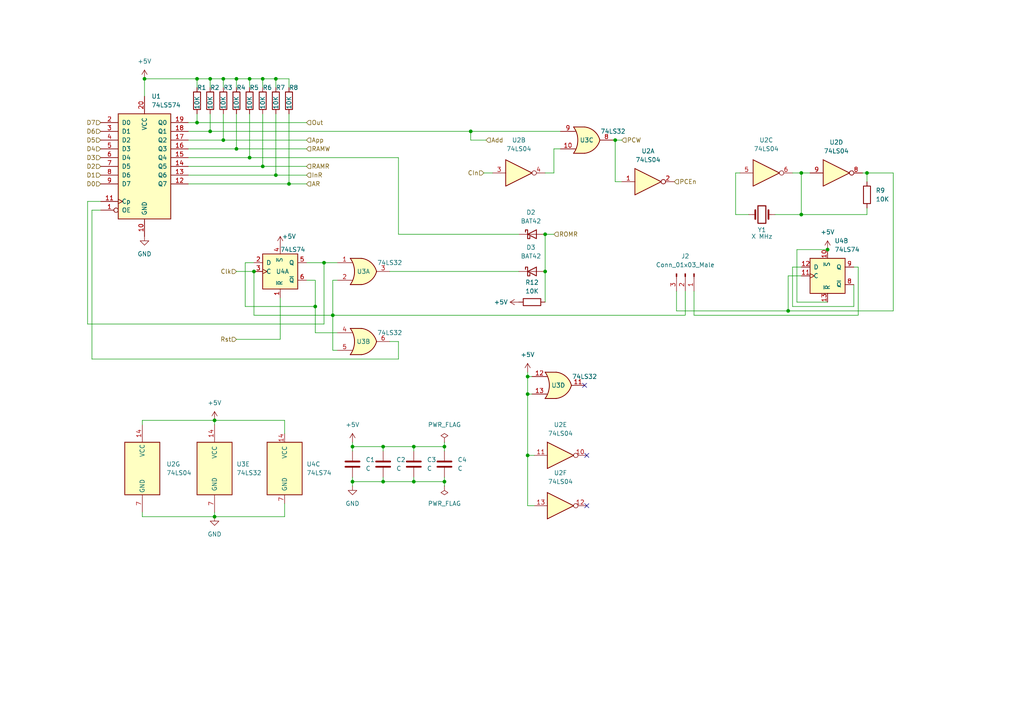
<source format=kicad_sch>
(kicad_sch (version 20211123) (generator eeschema)

  (uuid ea6d992a-eac8-4319-ae49-2fed1a091094)

  (paper "A4")

  (title_block
    (title "Canned ICs")
    (date "2022-05-03")
    (rev "Release")
    (company "John Oshiro")
    (comment 1 "- All 74LS chips can be replaced with 74HC series")
    (comment 2 "- Executes one instruction every two clock cycles")
    (comment 3 "- The CPU can work half the speed of the oscillator by configuring the jumper")
    (comment 4 "Control unit")
  )

  (lib_symbols
    (symbol "74xx:74LS04" (in_bom yes) (on_board yes)
      (property "Reference" "U" (id 0) (at 0 1.27 0)
        (effects (font (size 1.27 1.27)))
      )
      (property "Value" "74LS04" (id 1) (at 0 -1.27 0)
        (effects (font (size 1.27 1.27)))
      )
      (property "Footprint" "" (id 2) (at 0 0 0)
        (effects (font (size 1.27 1.27)) hide)
      )
      (property "Datasheet" "http://www.ti.com/lit/gpn/sn74LS04" (id 3) (at 0 0 0)
        (effects (font (size 1.27 1.27)) hide)
      )
      (property "ki_locked" "" (id 4) (at 0 0 0)
        (effects (font (size 1.27 1.27)))
      )
      (property "ki_keywords" "TTL not inv" (id 5) (at 0 0 0)
        (effects (font (size 1.27 1.27)) hide)
      )
      (property "ki_description" "Hex Inverter" (id 6) (at 0 0 0)
        (effects (font (size 1.27 1.27)) hide)
      )
      (property "ki_fp_filters" "DIP*W7.62mm* SSOP?14* TSSOP?14*" (id 7) (at 0 0 0)
        (effects (font (size 1.27 1.27)) hide)
      )
      (symbol "74LS04_1_0"
        (polyline
          (pts
            (xy -3.81 3.81)
            (xy -3.81 -3.81)
            (xy 3.81 0)
            (xy -3.81 3.81)
          )
          (stroke (width 0.254) (type default) (color 0 0 0 0))
          (fill (type background))
        )
        (pin input line (at -7.62 0 0) (length 3.81)
          (name "~" (effects (font (size 1.27 1.27))))
          (number "1" (effects (font (size 1.27 1.27))))
        )
        (pin output inverted (at 7.62 0 180) (length 3.81)
          (name "~" (effects (font (size 1.27 1.27))))
          (number "2" (effects (font (size 1.27 1.27))))
        )
      )
      (symbol "74LS04_2_0"
        (polyline
          (pts
            (xy -3.81 3.81)
            (xy -3.81 -3.81)
            (xy 3.81 0)
            (xy -3.81 3.81)
          )
          (stroke (width 0.254) (type default) (color 0 0 0 0))
          (fill (type background))
        )
        (pin input line (at -7.62 0 0) (length 3.81)
          (name "~" (effects (font (size 1.27 1.27))))
          (number "3" (effects (font (size 1.27 1.27))))
        )
        (pin output inverted (at 7.62 0 180) (length 3.81)
          (name "~" (effects (font (size 1.27 1.27))))
          (number "4" (effects (font (size 1.27 1.27))))
        )
      )
      (symbol "74LS04_3_0"
        (polyline
          (pts
            (xy -3.81 3.81)
            (xy -3.81 -3.81)
            (xy 3.81 0)
            (xy -3.81 3.81)
          )
          (stroke (width 0.254) (type default) (color 0 0 0 0))
          (fill (type background))
        )
        (pin input line (at -7.62 0 0) (length 3.81)
          (name "~" (effects (font (size 1.27 1.27))))
          (number "5" (effects (font (size 1.27 1.27))))
        )
        (pin output inverted (at 7.62 0 180) (length 3.81)
          (name "~" (effects (font (size 1.27 1.27))))
          (number "6" (effects (font (size 1.27 1.27))))
        )
      )
      (symbol "74LS04_4_0"
        (polyline
          (pts
            (xy -3.81 3.81)
            (xy -3.81 -3.81)
            (xy 3.81 0)
            (xy -3.81 3.81)
          )
          (stroke (width 0.254) (type default) (color 0 0 0 0))
          (fill (type background))
        )
        (pin output inverted (at 7.62 0 180) (length 3.81)
          (name "~" (effects (font (size 1.27 1.27))))
          (number "8" (effects (font (size 1.27 1.27))))
        )
        (pin input line (at -7.62 0 0) (length 3.81)
          (name "~" (effects (font (size 1.27 1.27))))
          (number "9" (effects (font (size 1.27 1.27))))
        )
      )
      (symbol "74LS04_5_0"
        (polyline
          (pts
            (xy -3.81 3.81)
            (xy -3.81 -3.81)
            (xy 3.81 0)
            (xy -3.81 3.81)
          )
          (stroke (width 0.254) (type default) (color 0 0 0 0))
          (fill (type background))
        )
        (pin output inverted (at 7.62 0 180) (length 3.81)
          (name "~" (effects (font (size 1.27 1.27))))
          (number "10" (effects (font (size 1.27 1.27))))
        )
        (pin input line (at -7.62 0 0) (length 3.81)
          (name "~" (effects (font (size 1.27 1.27))))
          (number "11" (effects (font (size 1.27 1.27))))
        )
      )
      (symbol "74LS04_6_0"
        (polyline
          (pts
            (xy -3.81 3.81)
            (xy -3.81 -3.81)
            (xy 3.81 0)
            (xy -3.81 3.81)
          )
          (stroke (width 0.254) (type default) (color 0 0 0 0))
          (fill (type background))
        )
        (pin output inverted (at 7.62 0 180) (length 3.81)
          (name "~" (effects (font (size 1.27 1.27))))
          (number "12" (effects (font (size 1.27 1.27))))
        )
        (pin input line (at -7.62 0 0) (length 3.81)
          (name "~" (effects (font (size 1.27 1.27))))
          (number "13" (effects (font (size 1.27 1.27))))
        )
      )
      (symbol "74LS04_7_0"
        (pin power_in line (at 0 12.7 270) (length 5.08)
          (name "VCC" (effects (font (size 1.27 1.27))))
          (number "14" (effects (font (size 1.27 1.27))))
        )
        (pin power_in line (at 0 -12.7 90) (length 5.08)
          (name "GND" (effects (font (size 1.27 1.27))))
          (number "7" (effects (font (size 1.27 1.27))))
        )
      )
      (symbol "74LS04_7_1"
        (rectangle (start -5.08 7.62) (end 5.08 -7.62)
          (stroke (width 0.254) (type default) (color 0 0 0 0))
          (fill (type background))
        )
      )
    )
    (symbol "74xx:74LS32" (pin_names (offset 1.016)) (in_bom yes) (on_board yes)
      (property "Reference" "U" (id 0) (at 0 1.27 0)
        (effects (font (size 1.27 1.27)))
      )
      (property "Value" "74LS32" (id 1) (at 0 -1.27 0)
        (effects (font (size 1.27 1.27)))
      )
      (property "Footprint" "" (id 2) (at 0 0 0)
        (effects (font (size 1.27 1.27)) hide)
      )
      (property "Datasheet" "http://www.ti.com/lit/gpn/sn74LS32" (id 3) (at 0 0 0)
        (effects (font (size 1.27 1.27)) hide)
      )
      (property "ki_locked" "" (id 4) (at 0 0 0)
        (effects (font (size 1.27 1.27)))
      )
      (property "ki_keywords" "TTL Or2" (id 5) (at 0 0 0)
        (effects (font (size 1.27 1.27)) hide)
      )
      (property "ki_description" "Quad 2-input OR" (id 6) (at 0 0 0)
        (effects (font (size 1.27 1.27)) hide)
      )
      (property "ki_fp_filters" "DIP?14*" (id 7) (at 0 0 0)
        (effects (font (size 1.27 1.27)) hide)
      )
      (symbol "74LS32_1_1"
        (arc (start -3.81 -3.81) (mid -2.589 0) (end -3.81 3.81)
          (stroke (width 0.254) (type default) (color 0 0 0 0))
          (fill (type none))
        )
        (arc (start -0.6096 -3.81) (mid 2.1842 -2.5851) (end 3.81 0)
          (stroke (width 0.254) (type default) (color 0 0 0 0))
          (fill (type background))
        )
        (polyline
          (pts
            (xy -3.81 -3.81)
            (xy -0.635 -3.81)
          )
          (stroke (width 0.254) (type default) (color 0 0 0 0))
          (fill (type background))
        )
        (polyline
          (pts
            (xy -3.81 3.81)
            (xy -0.635 3.81)
          )
          (stroke (width 0.254) (type default) (color 0 0 0 0))
          (fill (type background))
        )
        (polyline
          (pts
            (xy -0.635 3.81)
            (xy -3.81 3.81)
            (xy -3.81 3.81)
            (xy -3.556 3.4036)
            (xy -3.0226 2.2606)
            (xy -2.6924 1.0414)
            (xy -2.6162 -0.254)
            (xy -2.7686 -1.4986)
            (xy -3.175 -2.7178)
            (xy -3.81 -3.81)
            (xy -3.81 -3.81)
            (xy -0.635 -3.81)
          )
          (stroke (width -25.4) (type default) (color 0 0 0 0))
          (fill (type background))
        )
        (arc (start 3.81 0) (mid 2.1915 2.5936) (end -0.6096 3.81)
          (stroke (width 0.254) (type default) (color 0 0 0 0))
          (fill (type background))
        )
        (pin input line (at -7.62 2.54 0) (length 4.318)
          (name "~" (effects (font (size 1.27 1.27))))
          (number "1" (effects (font (size 1.27 1.27))))
        )
        (pin input line (at -7.62 -2.54 0) (length 4.318)
          (name "~" (effects (font (size 1.27 1.27))))
          (number "2" (effects (font (size 1.27 1.27))))
        )
        (pin output line (at 7.62 0 180) (length 3.81)
          (name "~" (effects (font (size 1.27 1.27))))
          (number "3" (effects (font (size 1.27 1.27))))
        )
      )
      (symbol "74LS32_1_2"
        (arc (start 0 -3.81) (mid 3.81 0) (end 0 3.81)
          (stroke (width 0.254) (type default) (color 0 0 0 0))
          (fill (type background))
        )
        (polyline
          (pts
            (xy 0 3.81)
            (xy -3.81 3.81)
            (xy -3.81 -3.81)
            (xy 0 -3.81)
          )
          (stroke (width 0.254) (type default) (color 0 0 0 0))
          (fill (type background))
        )
        (pin input inverted (at -7.62 2.54 0) (length 3.81)
          (name "~" (effects (font (size 1.27 1.27))))
          (number "1" (effects (font (size 1.27 1.27))))
        )
        (pin input inverted (at -7.62 -2.54 0) (length 3.81)
          (name "~" (effects (font (size 1.27 1.27))))
          (number "2" (effects (font (size 1.27 1.27))))
        )
        (pin output inverted (at 7.62 0 180) (length 3.81)
          (name "~" (effects (font (size 1.27 1.27))))
          (number "3" (effects (font (size 1.27 1.27))))
        )
      )
      (symbol "74LS32_2_1"
        (arc (start -3.81 -3.81) (mid -2.589 0) (end -3.81 3.81)
          (stroke (width 0.254) (type default) (color 0 0 0 0))
          (fill (type none))
        )
        (arc (start -0.6096 -3.81) (mid 2.1842 -2.5851) (end 3.81 0)
          (stroke (width 0.254) (type default) (color 0 0 0 0))
          (fill (type background))
        )
        (polyline
          (pts
            (xy -3.81 -3.81)
            (xy -0.635 -3.81)
          )
          (stroke (width 0.254) (type default) (color 0 0 0 0))
          (fill (type background))
        )
        (polyline
          (pts
            (xy -3.81 3.81)
            (xy -0.635 3.81)
          )
          (stroke (width 0.254) (type default) (color 0 0 0 0))
          (fill (type background))
        )
        (polyline
          (pts
            (xy -0.635 3.81)
            (xy -3.81 3.81)
            (xy -3.81 3.81)
            (xy -3.556 3.4036)
            (xy -3.0226 2.2606)
            (xy -2.6924 1.0414)
            (xy -2.6162 -0.254)
            (xy -2.7686 -1.4986)
            (xy -3.175 -2.7178)
            (xy -3.81 -3.81)
            (xy -3.81 -3.81)
            (xy -0.635 -3.81)
          )
          (stroke (width -25.4) (type default) (color 0 0 0 0))
          (fill (type background))
        )
        (arc (start 3.81 0) (mid 2.1915 2.5936) (end -0.6096 3.81)
          (stroke (width 0.254) (type default) (color 0 0 0 0))
          (fill (type background))
        )
        (pin input line (at -7.62 2.54 0) (length 4.318)
          (name "~" (effects (font (size 1.27 1.27))))
          (number "4" (effects (font (size 1.27 1.27))))
        )
        (pin input line (at -7.62 -2.54 0) (length 4.318)
          (name "~" (effects (font (size 1.27 1.27))))
          (number "5" (effects (font (size 1.27 1.27))))
        )
        (pin output line (at 7.62 0 180) (length 3.81)
          (name "~" (effects (font (size 1.27 1.27))))
          (number "6" (effects (font (size 1.27 1.27))))
        )
      )
      (symbol "74LS32_2_2"
        (arc (start 0 -3.81) (mid 3.81 0) (end 0 3.81)
          (stroke (width 0.254) (type default) (color 0 0 0 0))
          (fill (type background))
        )
        (polyline
          (pts
            (xy 0 3.81)
            (xy -3.81 3.81)
            (xy -3.81 -3.81)
            (xy 0 -3.81)
          )
          (stroke (width 0.254) (type default) (color 0 0 0 0))
          (fill (type background))
        )
        (pin input inverted (at -7.62 2.54 0) (length 3.81)
          (name "~" (effects (font (size 1.27 1.27))))
          (number "4" (effects (font (size 1.27 1.27))))
        )
        (pin input inverted (at -7.62 -2.54 0) (length 3.81)
          (name "~" (effects (font (size 1.27 1.27))))
          (number "5" (effects (font (size 1.27 1.27))))
        )
        (pin output inverted (at 7.62 0 180) (length 3.81)
          (name "~" (effects (font (size 1.27 1.27))))
          (number "6" (effects (font (size 1.27 1.27))))
        )
      )
      (symbol "74LS32_3_1"
        (arc (start -3.81 -3.81) (mid -2.589 0) (end -3.81 3.81)
          (stroke (width 0.254) (type default) (color 0 0 0 0))
          (fill (type none))
        )
        (arc (start -0.6096 -3.81) (mid 2.1842 -2.5851) (end 3.81 0)
          (stroke (width 0.254) (type default) (color 0 0 0 0))
          (fill (type background))
        )
        (polyline
          (pts
            (xy -3.81 -3.81)
            (xy -0.635 -3.81)
          )
          (stroke (width 0.254) (type default) (color 0 0 0 0))
          (fill (type background))
        )
        (polyline
          (pts
            (xy -3.81 3.81)
            (xy -0.635 3.81)
          )
          (stroke (width 0.254) (type default) (color 0 0 0 0))
          (fill (type background))
        )
        (polyline
          (pts
            (xy -0.635 3.81)
            (xy -3.81 3.81)
            (xy -3.81 3.81)
            (xy -3.556 3.4036)
            (xy -3.0226 2.2606)
            (xy -2.6924 1.0414)
            (xy -2.6162 -0.254)
            (xy -2.7686 -1.4986)
            (xy -3.175 -2.7178)
            (xy -3.81 -3.81)
            (xy -3.81 -3.81)
            (xy -0.635 -3.81)
          )
          (stroke (width -25.4) (type default) (color 0 0 0 0))
          (fill (type background))
        )
        (arc (start 3.81 0) (mid 2.1915 2.5936) (end -0.6096 3.81)
          (stroke (width 0.254) (type default) (color 0 0 0 0))
          (fill (type background))
        )
        (pin input line (at -7.62 -2.54 0) (length 4.318)
          (name "~" (effects (font (size 1.27 1.27))))
          (number "10" (effects (font (size 1.27 1.27))))
        )
        (pin output line (at 7.62 0 180) (length 3.81)
          (name "~" (effects (font (size 1.27 1.27))))
          (number "8" (effects (font (size 1.27 1.27))))
        )
        (pin input line (at -7.62 2.54 0) (length 4.318)
          (name "~" (effects (font (size 1.27 1.27))))
          (number "9" (effects (font (size 1.27 1.27))))
        )
      )
      (symbol "74LS32_3_2"
        (arc (start 0 -3.81) (mid 3.81 0) (end 0 3.81)
          (stroke (width 0.254) (type default) (color 0 0 0 0))
          (fill (type background))
        )
        (polyline
          (pts
            (xy 0 3.81)
            (xy -3.81 3.81)
            (xy -3.81 -3.81)
            (xy 0 -3.81)
          )
          (stroke (width 0.254) (type default) (color 0 0 0 0))
          (fill (type background))
        )
        (pin input inverted (at -7.62 -2.54 0) (length 3.81)
          (name "~" (effects (font (size 1.27 1.27))))
          (number "10" (effects (font (size 1.27 1.27))))
        )
        (pin output inverted (at 7.62 0 180) (length 3.81)
          (name "~" (effects (font (size 1.27 1.27))))
          (number "8" (effects (font (size 1.27 1.27))))
        )
        (pin input inverted (at -7.62 2.54 0) (length 3.81)
          (name "~" (effects (font (size 1.27 1.27))))
          (number "9" (effects (font (size 1.27 1.27))))
        )
      )
      (symbol "74LS32_4_1"
        (arc (start -3.81 -3.81) (mid -2.589 0) (end -3.81 3.81)
          (stroke (width 0.254) (type default) (color 0 0 0 0))
          (fill (type none))
        )
        (arc (start -0.6096 -3.81) (mid 2.1842 -2.5851) (end 3.81 0)
          (stroke (width 0.254) (type default) (color 0 0 0 0))
          (fill (type background))
        )
        (polyline
          (pts
            (xy -3.81 -3.81)
            (xy -0.635 -3.81)
          )
          (stroke (width 0.254) (type default) (color 0 0 0 0))
          (fill (type background))
        )
        (polyline
          (pts
            (xy -3.81 3.81)
            (xy -0.635 3.81)
          )
          (stroke (width 0.254) (type default) (color 0 0 0 0))
          (fill (type background))
        )
        (polyline
          (pts
            (xy -0.635 3.81)
            (xy -3.81 3.81)
            (xy -3.81 3.81)
            (xy -3.556 3.4036)
            (xy -3.0226 2.2606)
            (xy -2.6924 1.0414)
            (xy -2.6162 -0.254)
            (xy -2.7686 -1.4986)
            (xy -3.175 -2.7178)
            (xy -3.81 -3.81)
            (xy -3.81 -3.81)
            (xy -0.635 -3.81)
          )
          (stroke (width -25.4) (type default) (color 0 0 0 0))
          (fill (type background))
        )
        (arc (start 3.81 0) (mid 2.1915 2.5936) (end -0.6096 3.81)
          (stroke (width 0.254) (type default) (color 0 0 0 0))
          (fill (type background))
        )
        (pin output line (at 7.62 0 180) (length 3.81)
          (name "~" (effects (font (size 1.27 1.27))))
          (number "11" (effects (font (size 1.27 1.27))))
        )
        (pin input line (at -7.62 2.54 0) (length 4.318)
          (name "~" (effects (font (size 1.27 1.27))))
          (number "12" (effects (font (size 1.27 1.27))))
        )
        (pin input line (at -7.62 -2.54 0) (length 4.318)
          (name "~" (effects (font (size 1.27 1.27))))
          (number "13" (effects (font (size 1.27 1.27))))
        )
      )
      (symbol "74LS32_4_2"
        (arc (start 0 -3.81) (mid 3.81 0) (end 0 3.81)
          (stroke (width 0.254) (type default) (color 0 0 0 0))
          (fill (type background))
        )
        (polyline
          (pts
            (xy 0 3.81)
            (xy -3.81 3.81)
            (xy -3.81 -3.81)
            (xy 0 -3.81)
          )
          (stroke (width 0.254) (type default) (color 0 0 0 0))
          (fill (type background))
        )
        (pin output inverted (at 7.62 0 180) (length 3.81)
          (name "~" (effects (font (size 1.27 1.27))))
          (number "11" (effects (font (size 1.27 1.27))))
        )
        (pin input inverted (at -7.62 2.54 0) (length 3.81)
          (name "~" (effects (font (size 1.27 1.27))))
          (number "12" (effects (font (size 1.27 1.27))))
        )
        (pin input inverted (at -7.62 -2.54 0) (length 3.81)
          (name "~" (effects (font (size 1.27 1.27))))
          (number "13" (effects (font (size 1.27 1.27))))
        )
      )
      (symbol "74LS32_5_0"
        (pin power_in line (at 0 12.7 270) (length 5.08)
          (name "VCC" (effects (font (size 1.27 1.27))))
          (number "14" (effects (font (size 1.27 1.27))))
        )
        (pin power_in line (at 0 -12.7 90) (length 5.08)
          (name "GND" (effects (font (size 1.27 1.27))))
          (number "7" (effects (font (size 1.27 1.27))))
        )
      )
      (symbol "74LS32_5_1"
        (rectangle (start -5.08 7.62) (end 5.08 -7.62)
          (stroke (width 0.254) (type default) (color 0 0 0 0))
          (fill (type background))
        )
      )
    )
    (symbol "74xx:74LS574" (pin_names (offset 1.016)) (in_bom yes) (on_board yes)
      (property "Reference" "U" (id 0) (at -7.62 16.51 0)
        (effects (font (size 1.27 1.27)))
      )
      (property "Value" "74LS574" (id 1) (at -7.62 -16.51 0)
        (effects (font (size 1.27 1.27)))
      )
      (property "Footprint" "" (id 2) (at 0 0 0)
        (effects (font (size 1.27 1.27)) hide)
      )
      (property "Datasheet" "http://www.ti.com/lit/gpn/sn74LS574" (id 3) (at 0 0 0)
        (effects (font (size 1.27 1.27)) hide)
      )
      (property "ki_locked" "" (id 4) (at 0 0 0)
        (effects (font (size 1.27 1.27)))
      )
      (property "ki_keywords" "TTL REG DFF DFF8 3State" (id 5) (at 0 0 0)
        (effects (font (size 1.27 1.27)) hide)
      )
      (property "ki_description" "8-bit Register, 3-state outputs" (id 6) (at 0 0 0)
        (effects (font (size 1.27 1.27)) hide)
      )
      (property "ki_fp_filters" "DIP?20*" (id 7) (at 0 0 0)
        (effects (font (size 1.27 1.27)) hide)
      )
      (symbol "74LS574_1_0"
        (pin input inverted (at -12.7 -12.7 0) (length 5.08)
          (name "OE" (effects (font (size 1.27 1.27))))
          (number "1" (effects (font (size 1.27 1.27))))
        )
        (pin power_in line (at 0 -20.32 90) (length 5.08)
          (name "GND" (effects (font (size 1.27 1.27))))
          (number "10" (effects (font (size 1.27 1.27))))
        )
        (pin input clock (at -12.7 -10.16 0) (length 5.08)
          (name "Cp" (effects (font (size 1.27 1.27))))
          (number "11" (effects (font (size 1.27 1.27))))
        )
        (pin tri_state line (at 12.7 -5.08 180) (length 5.08)
          (name "Q7" (effects (font (size 1.27 1.27))))
          (number "12" (effects (font (size 1.27 1.27))))
        )
        (pin tri_state line (at 12.7 -2.54 180) (length 5.08)
          (name "Q6" (effects (font (size 1.27 1.27))))
          (number "13" (effects (font (size 1.27 1.27))))
        )
        (pin tri_state line (at 12.7 0 180) (length 5.08)
          (name "Q5" (effects (font (size 1.27 1.27))))
          (number "14" (effects (font (size 1.27 1.27))))
        )
        (pin tri_state line (at 12.7 2.54 180) (length 5.08)
          (name "Q4" (effects (font (size 1.27 1.27))))
          (number "15" (effects (font (size 1.27 1.27))))
        )
        (pin tri_state line (at 12.7 5.08 180) (length 5.08)
          (name "Q3" (effects (font (size 1.27 1.27))))
          (number "16" (effects (font (size 1.27 1.27))))
        )
        (pin tri_state line (at 12.7 7.62 180) (length 5.08)
          (name "Q2" (effects (font (size 1.27 1.27))))
          (number "17" (effects (font (size 1.27 1.27))))
        )
        (pin tri_state line (at 12.7 10.16 180) (length 5.08)
          (name "Q1" (effects (font (size 1.27 1.27))))
          (number "18" (effects (font (size 1.27 1.27))))
        )
        (pin tri_state line (at 12.7 12.7 180) (length 5.08)
          (name "Q0" (effects (font (size 1.27 1.27))))
          (number "19" (effects (font (size 1.27 1.27))))
        )
        (pin input line (at -12.7 12.7 0) (length 5.08)
          (name "D0" (effects (font (size 1.27 1.27))))
          (number "2" (effects (font (size 1.27 1.27))))
        )
        (pin power_in line (at 0 20.32 270) (length 5.08)
          (name "VCC" (effects (font (size 1.27 1.27))))
          (number "20" (effects (font (size 1.27 1.27))))
        )
        (pin input line (at -12.7 10.16 0) (length 5.08)
          (name "D1" (effects (font (size 1.27 1.27))))
          (number "3" (effects (font (size 1.27 1.27))))
        )
        (pin input line (at -12.7 7.62 0) (length 5.08)
          (name "D2" (effects (font (size 1.27 1.27))))
          (number "4" (effects (font (size 1.27 1.27))))
        )
        (pin input line (at -12.7 5.08 0) (length 5.08)
          (name "D3" (effects (font (size 1.27 1.27))))
          (number "5" (effects (font (size 1.27 1.27))))
        )
        (pin input line (at -12.7 2.54 0) (length 5.08)
          (name "D4" (effects (font (size 1.27 1.27))))
          (number "6" (effects (font (size 1.27 1.27))))
        )
        (pin input line (at -12.7 0 0) (length 5.08)
          (name "D5" (effects (font (size 1.27 1.27))))
          (number "7" (effects (font (size 1.27 1.27))))
        )
        (pin input line (at -12.7 -2.54 0) (length 5.08)
          (name "D6" (effects (font (size 1.27 1.27))))
          (number "8" (effects (font (size 1.27 1.27))))
        )
        (pin input line (at -12.7 -5.08 0) (length 5.08)
          (name "D7" (effects (font (size 1.27 1.27))))
          (number "9" (effects (font (size 1.27 1.27))))
        )
      )
      (symbol "74LS574_1_1"
        (rectangle (start -7.62 15.24) (end 7.62 -15.24)
          (stroke (width 0.254) (type default) (color 0 0 0 0))
          (fill (type background))
        )
      )
    )
    (symbol "74xx:74LS74" (pin_names (offset 1.016)) (in_bom yes) (on_board yes)
      (property "Reference" "U" (id 0) (at -7.62 8.89 0)
        (effects (font (size 1.27 1.27)))
      )
      (property "Value" "74LS74" (id 1) (at -7.62 -8.89 0)
        (effects (font (size 1.27 1.27)))
      )
      (property "Footprint" "" (id 2) (at 0 0 0)
        (effects (font (size 1.27 1.27)) hide)
      )
      (property "Datasheet" "74xx/74hc_hct74.pdf" (id 3) (at 0 0 0)
        (effects (font (size 1.27 1.27)) hide)
      )
      (property "ki_locked" "" (id 4) (at 0 0 0)
        (effects (font (size 1.27 1.27)))
      )
      (property "ki_keywords" "TTL DFF" (id 5) (at 0 0 0)
        (effects (font (size 1.27 1.27)) hide)
      )
      (property "ki_description" "Dual D Flip-flop, Set & Reset" (id 6) (at 0 0 0)
        (effects (font (size 1.27 1.27)) hide)
      )
      (property "ki_fp_filters" "DIP*W7.62mm*" (id 7) (at 0 0 0)
        (effects (font (size 1.27 1.27)) hide)
      )
      (symbol "74LS74_1_0"
        (pin input line (at 0 -7.62 90) (length 2.54)
          (name "~{R}" (effects (font (size 1.27 1.27))))
          (number "1" (effects (font (size 1.27 1.27))))
        )
        (pin input line (at -7.62 2.54 0) (length 2.54)
          (name "D" (effects (font (size 1.27 1.27))))
          (number "2" (effects (font (size 1.27 1.27))))
        )
        (pin input clock (at -7.62 0 0) (length 2.54)
          (name "C" (effects (font (size 1.27 1.27))))
          (number "3" (effects (font (size 1.27 1.27))))
        )
        (pin input line (at 0 7.62 270) (length 2.54)
          (name "~{S}" (effects (font (size 1.27 1.27))))
          (number "4" (effects (font (size 1.27 1.27))))
        )
        (pin output line (at 7.62 2.54 180) (length 2.54)
          (name "Q" (effects (font (size 1.27 1.27))))
          (number "5" (effects (font (size 1.27 1.27))))
        )
        (pin output line (at 7.62 -2.54 180) (length 2.54)
          (name "~{Q}" (effects (font (size 1.27 1.27))))
          (number "6" (effects (font (size 1.27 1.27))))
        )
      )
      (symbol "74LS74_1_1"
        (rectangle (start -5.08 5.08) (end 5.08 -5.08)
          (stroke (width 0.254) (type default) (color 0 0 0 0))
          (fill (type background))
        )
      )
      (symbol "74LS74_2_0"
        (pin input line (at 0 7.62 270) (length 2.54)
          (name "~{S}" (effects (font (size 1.27 1.27))))
          (number "10" (effects (font (size 1.27 1.27))))
        )
        (pin input clock (at -7.62 0 0) (length 2.54)
          (name "C" (effects (font (size 1.27 1.27))))
          (number "11" (effects (font (size 1.27 1.27))))
        )
        (pin input line (at -7.62 2.54 0) (length 2.54)
          (name "D" (effects (font (size 1.27 1.27))))
          (number "12" (effects (font (size 1.27 1.27))))
        )
        (pin input line (at 0 -7.62 90) (length 2.54)
          (name "~{R}" (effects (font (size 1.27 1.27))))
          (number "13" (effects (font (size 1.27 1.27))))
        )
        (pin output line (at 7.62 -2.54 180) (length 2.54)
          (name "~{Q}" (effects (font (size 1.27 1.27))))
          (number "8" (effects (font (size 1.27 1.27))))
        )
        (pin output line (at 7.62 2.54 180) (length 2.54)
          (name "Q" (effects (font (size 1.27 1.27))))
          (number "9" (effects (font (size 1.27 1.27))))
        )
      )
      (symbol "74LS74_2_1"
        (rectangle (start -5.08 5.08) (end 5.08 -5.08)
          (stroke (width 0.254) (type default) (color 0 0 0 0))
          (fill (type background))
        )
      )
      (symbol "74LS74_3_0"
        (pin power_in line (at 0 10.16 270) (length 2.54)
          (name "VCC" (effects (font (size 1.27 1.27))))
          (number "14" (effects (font (size 1.27 1.27))))
        )
        (pin power_in line (at 0 -10.16 90) (length 2.54)
          (name "GND" (effects (font (size 1.27 1.27))))
          (number "7" (effects (font (size 1.27 1.27))))
        )
      )
      (symbol "74LS74_3_1"
        (rectangle (start -5.08 7.62) (end 5.08 -7.62)
          (stroke (width 0.254) (type default) (color 0 0 0 0))
          (fill (type background))
        )
      )
    )
    (symbol "Connector:Conn_01x03_Male" (pin_names (offset 1.016) hide) (in_bom yes) (on_board yes)
      (property "Reference" "J" (id 0) (at 0 5.08 0)
        (effects (font (size 1.27 1.27)))
      )
      (property "Value" "Conn_01x03_Male" (id 1) (at 0 -5.08 0)
        (effects (font (size 1.27 1.27)))
      )
      (property "Footprint" "" (id 2) (at 0 0 0)
        (effects (font (size 1.27 1.27)) hide)
      )
      (property "Datasheet" "~" (id 3) (at 0 0 0)
        (effects (font (size 1.27 1.27)) hide)
      )
      (property "ki_keywords" "connector" (id 4) (at 0 0 0)
        (effects (font (size 1.27 1.27)) hide)
      )
      (property "ki_description" "Generic connector, single row, 01x03, script generated (kicad-library-utils/schlib/autogen/connector/)" (id 5) (at 0 0 0)
        (effects (font (size 1.27 1.27)) hide)
      )
      (property "ki_fp_filters" "Connector*:*_1x??_*" (id 6) (at 0 0 0)
        (effects (font (size 1.27 1.27)) hide)
      )
      (symbol "Conn_01x03_Male_1_1"
        (polyline
          (pts
            (xy 1.27 -2.54)
            (xy 0.8636 -2.54)
          )
          (stroke (width 0.1524) (type default) (color 0 0 0 0))
          (fill (type none))
        )
        (polyline
          (pts
            (xy 1.27 0)
            (xy 0.8636 0)
          )
          (stroke (width 0.1524) (type default) (color 0 0 0 0))
          (fill (type none))
        )
        (polyline
          (pts
            (xy 1.27 2.54)
            (xy 0.8636 2.54)
          )
          (stroke (width 0.1524) (type default) (color 0 0 0 0))
          (fill (type none))
        )
        (rectangle (start 0.8636 -2.413) (end 0 -2.667)
          (stroke (width 0.1524) (type default) (color 0 0 0 0))
          (fill (type outline))
        )
        (rectangle (start 0.8636 0.127) (end 0 -0.127)
          (stroke (width 0.1524) (type default) (color 0 0 0 0))
          (fill (type outline))
        )
        (rectangle (start 0.8636 2.667) (end 0 2.413)
          (stroke (width 0.1524) (type default) (color 0 0 0 0))
          (fill (type outline))
        )
        (pin passive line (at 5.08 2.54 180) (length 3.81)
          (name "Pin_1" (effects (font (size 1.27 1.27))))
          (number "1" (effects (font (size 1.27 1.27))))
        )
        (pin passive line (at 5.08 0 180) (length 3.81)
          (name "Pin_2" (effects (font (size 1.27 1.27))))
          (number "2" (effects (font (size 1.27 1.27))))
        )
        (pin passive line (at 5.08 -2.54 180) (length 3.81)
          (name "Pin_3" (effects (font (size 1.27 1.27))))
          (number "3" (effects (font (size 1.27 1.27))))
        )
      )
    )
    (symbol "Device:C" (pin_numbers hide) (pin_names (offset 0.254)) (in_bom yes) (on_board yes)
      (property "Reference" "C" (id 0) (at 0.635 2.54 0)
        (effects (font (size 1.27 1.27)) (justify left))
      )
      (property "Value" "C" (id 1) (at 0.635 -2.54 0)
        (effects (font (size 1.27 1.27)) (justify left))
      )
      (property "Footprint" "" (id 2) (at 0.9652 -3.81 0)
        (effects (font (size 1.27 1.27)) hide)
      )
      (property "Datasheet" "~" (id 3) (at 0 0 0)
        (effects (font (size 1.27 1.27)) hide)
      )
      (property "ki_keywords" "cap capacitor" (id 4) (at 0 0 0)
        (effects (font (size 1.27 1.27)) hide)
      )
      (property "ki_description" "Unpolarized capacitor" (id 5) (at 0 0 0)
        (effects (font (size 1.27 1.27)) hide)
      )
      (property "ki_fp_filters" "C_*" (id 6) (at 0 0 0)
        (effects (font (size 1.27 1.27)) hide)
      )
      (symbol "C_0_1"
        (polyline
          (pts
            (xy -2.032 -0.762)
            (xy 2.032 -0.762)
          )
          (stroke (width 0.508) (type default) (color 0 0 0 0))
          (fill (type none))
        )
        (polyline
          (pts
            (xy -2.032 0.762)
            (xy 2.032 0.762)
          )
          (stroke (width 0.508) (type default) (color 0 0 0 0))
          (fill (type none))
        )
      )
      (symbol "C_1_1"
        (pin passive line (at 0 3.81 270) (length 2.794)
          (name "~" (effects (font (size 1.27 1.27))))
          (number "1" (effects (font (size 1.27 1.27))))
        )
        (pin passive line (at 0 -3.81 90) (length 2.794)
          (name "~" (effects (font (size 1.27 1.27))))
          (number "2" (effects (font (size 1.27 1.27))))
        )
      )
    )
    (symbol "Device:Crystal" (pin_numbers hide) (pin_names (offset 1.016) hide) (in_bom yes) (on_board yes)
      (property "Reference" "Y" (id 0) (at 0 3.81 0)
        (effects (font (size 1.27 1.27)))
      )
      (property "Value" "Crystal" (id 1) (at 0 -3.81 0)
        (effects (font (size 1.27 1.27)))
      )
      (property "Footprint" "" (id 2) (at 0 0 0)
        (effects (font (size 1.27 1.27)) hide)
      )
      (property "Datasheet" "~" (id 3) (at 0 0 0)
        (effects (font (size 1.27 1.27)) hide)
      )
      (property "ki_keywords" "quartz ceramic resonator oscillator" (id 4) (at 0 0 0)
        (effects (font (size 1.27 1.27)) hide)
      )
      (property "ki_description" "Two pin crystal" (id 5) (at 0 0 0)
        (effects (font (size 1.27 1.27)) hide)
      )
      (property "ki_fp_filters" "Crystal*" (id 6) (at 0 0 0)
        (effects (font (size 1.27 1.27)) hide)
      )
      (symbol "Crystal_0_1"
        (rectangle (start -1.143 2.54) (end 1.143 -2.54)
          (stroke (width 0.3048) (type default) (color 0 0 0 0))
          (fill (type none))
        )
        (polyline
          (pts
            (xy -2.54 0)
            (xy -1.905 0)
          )
          (stroke (width 0) (type default) (color 0 0 0 0))
          (fill (type none))
        )
        (polyline
          (pts
            (xy -1.905 -1.27)
            (xy -1.905 1.27)
          )
          (stroke (width 0.508) (type default) (color 0 0 0 0))
          (fill (type none))
        )
        (polyline
          (pts
            (xy 1.905 -1.27)
            (xy 1.905 1.27)
          )
          (stroke (width 0.508) (type default) (color 0 0 0 0))
          (fill (type none))
        )
        (polyline
          (pts
            (xy 2.54 0)
            (xy 1.905 0)
          )
          (stroke (width 0) (type default) (color 0 0 0 0))
          (fill (type none))
        )
      )
      (symbol "Crystal_1_1"
        (pin passive line (at -3.81 0 0) (length 1.27)
          (name "1" (effects (font (size 1.27 1.27))))
          (number "1" (effects (font (size 1.27 1.27))))
        )
        (pin passive line (at 3.81 0 180) (length 1.27)
          (name "2" (effects (font (size 1.27 1.27))))
          (number "2" (effects (font (size 1.27 1.27))))
        )
      )
    )
    (symbol "Device:R" (pin_numbers hide) (pin_names (offset 0)) (in_bom yes) (on_board yes)
      (property "Reference" "R" (id 0) (at 2.032 0 90)
        (effects (font (size 1.27 1.27)))
      )
      (property "Value" "R" (id 1) (at 0 0 90)
        (effects (font (size 1.27 1.27)))
      )
      (property "Footprint" "" (id 2) (at -1.778 0 90)
        (effects (font (size 1.27 1.27)) hide)
      )
      (property "Datasheet" "~" (id 3) (at 0 0 0)
        (effects (font (size 1.27 1.27)) hide)
      )
      (property "ki_keywords" "R res resistor" (id 4) (at 0 0 0)
        (effects (font (size 1.27 1.27)) hide)
      )
      (property "ki_description" "Resistor" (id 5) (at 0 0 0)
        (effects (font (size 1.27 1.27)) hide)
      )
      (property "ki_fp_filters" "R_*" (id 6) (at 0 0 0)
        (effects (font (size 1.27 1.27)) hide)
      )
      (symbol "R_0_1"
        (rectangle (start -1.016 -2.54) (end 1.016 2.54)
          (stroke (width 0.254) (type default) (color 0 0 0 0))
          (fill (type none))
        )
      )
      (symbol "R_1_1"
        (pin passive line (at 0 3.81 270) (length 1.27)
          (name "~" (effects (font (size 1.27 1.27))))
          (number "1" (effects (font (size 1.27 1.27))))
        )
        (pin passive line (at 0 -3.81 90) (length 1.27)
          (name "~" (effects (font (size 1.27 1.27))))
          (number "2" (effects (font (size 1.27 1.27))))
        )
      )
    )
    (symbol "Diode:BAT42" (pin_numbers hide) (pin_names (offset 1.016) hide) (in_bom yes) (on_board yes)
      (property "Reference" "D" (id 0) (at 0 2.54 0)
        (effects (font (size 1.27 1.27)))
      )
      (property "Value" "BAT42" (id 1) (at 0 -2.54 0)
        (effects (font (size 1.27 1.27)))
      )
      (property "Footprint" "Diode_THT:D_DO-35_SOD27_P7.62mm_Horizontal" (id 2) (at 0 -4.445 0)
        (effects (font (size 1.27 1.27)) hide)
      )
      (property "Datasheet" "http://www.vishay.com/docs/85660/bat42.pdf" (id 3) (at 0 0 0)
        (effects (font (size 1.27 1.27)) hide)
      )
      (property "ki_keywords" "diode Schottky" (id 4) (at 0 0 0)
        (effects (font (size 1.27 1.27)) hide)
      )
      (property "ki_description" "30V 0.2A Small Signal Schottky Diode, DO-35" (id 5) (at 0 0 0)
        (effects (font (size 1.27 1.27)) hide)
      )
      (property "ki_fp_filters" "D*DO?35*" (id 6) (at 0 0 0)
        (effects (font (size 1.27 1.27)) hide)
      )
      (symbol "BAT42_0_1"
        (polyline
          (pts
            (xy 1.27 0)
            (xy -1.27 0)
          )
          (stroke (width 0) (type default) (color 0 0 0 0))
          (fill (type none))
        )
        (polyline
          (pts
            (xy 1.27 1.27)
            (xy 1.27 -1.27)
            (xy -1.27 0)
            (xy 1.27 1.27)
          )
          (stroke (width 0.254) (type default) (color 0 0 0 0))
          (fill (type none))
        )
        (polyline
          (pts
            (xy -1.905 0.635)
            (xy -1.905 1.27)
            (xy -1.27 1.27)
            (xy -1.27 -1.27)
            (xy -0.635 -1.27)
            (xy -0.635 -0.635)
          )
          (stroke (width 0.254) (type default) (color 0 0 0 0))
          (fill (type none))
        )
      )
      (symbol "BAT42_1_1"
        (pin passive line (at -3.81 0 0) (length 2.54)
          (name "K" (effects (font (size 1.27 1.27))))
          (number "1" (effects (font (size 1.27 1.27))))
        )
        (pin passive line (at 3.81 0 180) (length 2.54)
          (name "A" (effects (font (size 1.27 1.27))))
          (number "2" (effects (font (size 1.27 1.27))))
        )
      )
    )
    (symbol "power:+5V" (power) (pin_names (offset 0)) (in_bom yes) (on_board yes)
      (property "Reference" "#PWR" (id 0) (at 0 -3.81 0)
        (effects (font (size 1.27 1.27)) hide)
      )
      (property "Value" "+5V" (id 1) (at 0 3.556 0)
        (effects (font (size 1.27 1.27)))
      )
      (property "Footprint" "" (id 2) (at 0 0 0)
        (effects (font (size 1.27 1.27)) hide)
      )
      (property "Datasheet" "" (id 3) (at 0 0 0)
        (effects (font (size 1.27 1.27)) hide)
      )
      (property "ki_keywords" "power-flag" (id 4) (at 0 0 0)
        (effects (font (size 1.27 1.27)) hide)
      )
      (property "ki_description" "Power symbol creates a global label with name \"+5V\"" (id 5) (at 0 0 0)
        (effects (font (size 1.27 1.27)) hide)
      )
      (symbol "+5V_0_1"
        (polyline
          (pts
            (xy -0.762 1.27)
            (xy 0 2.54)
          )
          (stroke (width 0) (type default) (color 0 0 0 0))
          (fill (type none))
        )
        (polyline
          (pts
            (xy 0 0)
            (xy 0 2.54)
          )
          (stroke (width 0) (type default) (color 0 0 0 0))
          (fill (type none))
        )
        (polyline
          (pts
            (xy 0 2.54)
            (xy 0.762 1.27)
          )
          (stroke (width 0) (type default) (color 0 0 0 0))
          (fill (type none))
        )
      )
      (symbol "+5V_1_1"
        (pin power_in line (at 0 0 90) (length 0) hide
          (name "+5V" (effects (font (size 1.27 1.27))))
          (number "1" (effects (font (size 1.27 1.27))))
        )
      )
    )
    (symbol "power:GND" (power) (pin_names (offset 0)) (in_bom yes) (on_board yes)
      (property "Reference" "#PWR" (id 0) (at 0 -6.35 0)
        (effects (font (size 1.27 1.27)) hide)
      )
      (property "Value" "GND" (id 1) (at 0 -3.81 0)
        (effects (font (size 1.27 1.27)))
      )
      (property "Footprint" "" (id 2) (at 0 0 0)
        (effects (font (size 1.27 1.27)) hide)
      )
      (property "Datasheet" "" (id 3) (at 0 0 0)
        (effects (font (size 1.27 1.27)) hide)
      )
      (property "ki_keywords" "power-flag" (id 4) (at 0 0 0)
        (effects (font (size 1.27 1.27)) hide)
      )
      (property "ki_description" "Power symbol creates a global label with name \"GND\" , ground" (id 5) (at 0 0 0)
        (effects (font (size 1.27 1.27)) hide)
      )
      (symbol "GND_0_1"
        (polyline
          (pts
            (xy 0 0)
            (xy 0 -1.27)
            (xy 1.27 -1.27)
            (xy 0 -2.54)
            (xy -1.27 -1.27)
            (xy 0 -1.27)
          )
          (stroke (width 0) (type default) (color 0 0 0 0))
          (fill (type none))
        )
      )
      (symbol "GND_1_1"
        (pin power_in line (at 0 0 270) (length 0) hide
          (name "GND" (effects (font (size 1.27 1.27))))
          (number "1" (effects (font (size 1.27 1.27))))
        )
      )
    )
    (symbol "power:PWR_FLAG" (power) (pin_numbers hide) (pin_names (offset 0) hide) (in_bom yes) (on_board yes)
      (property "Reference" "#FLG" (id 0) (at 0 1.905 0)
        (effects (font (size 1.27 1.27)) hide)
      )
      (property "Value" "PWR_FLAG" (id 1) (at 0 3.81 0)
        (effects (font (size 1.27 1.27)))
      )
      (property "Footprint" "" (id 2) (at 0 0 0)
        (effects (font (size 1.27 1.27)) hide)
      )
      (property "Datasheet" "~" (id 3) (at 0 0 0)
        (effects (font (size 1.27 1.27)) hide)
      )
      (property "ki_keywords" "power-flag" (id 4) (at 0 0 0)
        (effects (font (size 1.27 1.27)) hide)
      )
      (property "ki_description" "Special symbol for telling ERC where power comes from" (id 5) (at 0 0 0)
        (effects (font (size 1.27 1.27)) hide)
      )
      (symbol "PWR_FLAG_0_0"
        (pin power_out line (at 0 0 90) (length 0)
          (name "pwr" (effects (font (size 1.27 1.27))))
          (number "1" (effects (font (size 1.27 1.27))))
        )
      )
      (symbol "PWR_FLAG_0_1"
        (polyline
          (pts
            (xy 0 0)
            (xy 0 1.27)
            (xy -1.016 1.905)
            (xy 0 2.54)
            (xy 1.016 1.905)
            (xy 0 1.27)
          )
          (stroke (width 0) (type default) (color 0 0 0 0))
          (fill (type none))
        )
      )
    )
  )

  (junction (at 68.58 43.18) (diameter 0) (color 0 0 0 0)
    (uuid 10e22ec8-858f-4cbb-8bec-2ded127fb05e)
  )
  (junction (at 76.2 22.86) (diameter 0) (color 0 0 0 0)
    (uuid 1cc557cf-6b0e-47df-9087-46421cbc797d)
  )
  (junction (at 60.96 38.1) (diameter 0) (color 0 0 0 0)
    (uuid 237b544a-bc4e-4311-ae57-e9f4942f2ebe)
  )
  (junction (at 93.98 76.2) (diameter 0) (color 0 0 0 0)
    (uuid 253edb78-8aa0-4792-b479-2fac68d9f4d7)
  )
  (junction (at 41.91 22.86) (diameter 0) (color 0 0 0 0)
    (uuid 25d791be-c0ad-4d09-9eea-96847634371d)
  )
  (junction (at 80.01 50.8) (diameter 0) (color 0 0 0 0)
    (uuid 2aacc7ee-3fc3-455f-aa7d-355097e2af11)
  )
  (junction (at 153.035 132.08) (diameter 0) (color 0 0 0 0)
    (uuid 2d868b43-5c88-46e1-b4bf-ebd6a113b601)
  )
  (junction (at 64.77 40.64) (diameter 0) (color 0 0 0 0)
    (uuid 3697819e-ed5f-4ef3-b330-c2485bbb202c)
  )
  (junction (at 111.125 139.7) (diameter 0) (color 0 0 0 0)
    (uuid 39c55e4d-6a14-454a-bc18-da3bcd9066a0)
  )
  (junction (at 136.525 38.1) (diameter 0) (color 0 0 0 0)
    (uuid 3b28bf35-d441-4f10-ad19-ae46524221bf)
  )
  (junction (at 91.44 88.9) (diameter 0) (color 0 0 0 0)
    (uuid 40a3fc71-f519-4269-ae7d-e399451333e5)
  )
  (junction (at 73.66 78.74) (diameter 0) (color 0 0 0 0)
    (uuid 4a635721-9696-45b4-9fb6-a5c12dd0205b)
  )
  (junction (at 251.46 50.165) (diameter 0) (color 0 0 0 0)
    (uuid 527b46b1-b716-477d-9b78-afcb2a7ddccc)
  )
  (junction (at 62.23 121.92) (diameter 0) (color 0 0 0 0)
    (uuid 59282815-20e7-4935-8745-cab94c653f84)
  )
  (junction (at 240.03 72.39) (diameter 0) (color 0 0 0 0)
    (uuid 6365574c-20a0-4c7b-ac78-d8bc0de43fa1)
  )
  (junction (at 158.115 78.74) (diameter 0) (color 0 0 0 0)
    (uuid 682065de-4f10-4bf3-8261-b52615f76cef)
  )
  (junction (at 158.115 67.945) (diameter 0) (color 0 0 0 0)
    (uuid 6fd4aa83-4052-4452-9d9b-662a060f01e9)
  )
  (junction (at 72.39 22.86) (diameter 0) (color 0 0 0 0)
    (uuid 760ee12d-a9e5-4ee9-950e-e0bfd7c0cb9c)
  )
  (junction (at 64.77 22.86) (diameter 0) (color 0 0 0 0)
    (uuid 7cbb60ce-78be-4f71-b39e-c9979d94c76f)
  )
  (junction (at 76.2 48.26) (diameter 0) (color 0 0 0 0)
    (uuid 7ccd93f1-adb1-48f5-a03a-701188d76352)
  )
  (junction (at 153.035 109.22) (diameter 0) (color 0 0 0 0)
    (uuid 80255caa-3152-4a9e-8956-6fd2a5463e86)
  )
  (junction (at 232.41 50.165) (diameter 0) (color 0 0 0 0)
    (uuid 8547eef3-74cc-4d9e-bc2c-01487bdccfac)
  )
  (junction (at 68.58 22.86) (diameter 0) (color 0 0 0 0)
    (uuid 85fa5b17-712b-4563-a2e1-acd8db50cb56)
  )
  (junction (at 178.435 40.64) (diameter 0) (color 0 0 0 0)
    (uuid 915b2f15-7adb-493b-ab82-2c9219a2b5fe)
  )
  (junction (at 80.01 22.86) (diameter 0) (color 0 0 0 0)
    (uuid 92da0404-5b60-48fd-ac76-9d32988761e4)
  )
  (junction (at 72.39 45.72) (diameter 0) (color 0 0 0 0)
    (uuid 936b6d30-ba8f-4631-8cd8-55fc5093eab2)
  )
  (junction (at 83.82 53.34) (diameter 0) (color 0 0 0 0)
    (uuid 99735f80-fc4a-4e54-b92e-61498876cbbb)
  )
  (junction (at 57.15 22.86) (diameter 0) (color 0 0 0 0)
    (uuid b1dfc0da-f378-4c8f-b631-e7c39ded41ec)
  )
  (junction (at 62.23 149.86) (diameter 0) (color 0 0 0 0)
    (uuid b30a53f4-b5e3-4e26-acb0-784b4ae57e42)
  )
  (junction (at 153.035 114.3) (diameter 0) (color 0 0 0 0)
    (uuid b73dbc3d-3b6e-4904-9e16-bb96f82f896f)
  )
  (junction (at 102.235 129.54) (diameter 0) (color 0 0 0 0)
    (uuid b83ce7ca-e347-433f-b586-1742e1308132)
  )
  (junction (at 102.235 139.7) (diameter 0) (color 0 0 0 0)
    (uuid c2c88602-461e-4afc-82f3-397b0324f7fa)
  )
  (junction (at 120.015 139.7) (diameter 0) (color 0 0 0 0)
    (uuid c476103b-80ac-4081-b50a-a06db3c82156)
  )
  (junction (at 57.15 35.56) (diameter 0) (color 0 0 0 0)
    (uuid cfaa6138-d9ce-42bb-ad28-68ad460f6826)
  )
  (junction (at 232.41 62.23) (diameter 0) (color 0 0 0 0)
    (uuid d3a982ce-9c10-4277-b9ae-bdfd27921d39)
  )
  (junction (at 111.125 129.54) (diameter 0) (color 0 0 0 0)
    (uuid d9d6647d-6dd8-45b8-97d7-1bb6f02420ad)
  )
  (junction (at 228.6 90.17) (diameter 0) (color 0 0 0 0)
    (uuid def4dd98-ee84-4d31-b233-739a1dc5145c)
  )
  (junction (at 128.905 139.7) (diameter 0) (color 0 0 0 0)
    (uuid e4fda51c-06d7-48bd-ac2c-b443aa1d254d)
  )
  (junction (at 120.015 129.54) (diameter 0) (color 0 0 0 0)
    (uuid f062cf70-3398-4a87-adc5-c851c3612800)
  )
  (junction (at 128.905 129.54) (diameter 0) (color 0 0 0 0)
    (uuid f8a5b548-8a39-4aa5-b303-163cdb14313b)
  )
  (junction (at 60.96 22.86) (diameter 0) (color 0 0 0 0)
    (uuid f8adaaae-fe15-42f0-b482-78dbd9e7edcd)
  )
  (junction (at 96.52 91.44) (diameter 0) (color 0 0 0 0)
    (uuid faa3995f-eccc-41e1-93eb-64bcc8e6c693)
  )

  (no_connect (at 170.18 132.08) (uuid 3faa7582-f6dc-4699-93e8-5bd21538109a))
  (no_connect (at 170.18 146.685) (uuid 3faa7582-f6dc-4699-93e8-5bd21538109b))
  (no_connect (at 169.545 111.76) (uuid 78d9d4b2-c17a-48dd-99ab-42e7a5702f74))

  (wire (pts (xy 111.125 129.54) (xy 120.015 129.54))
    (stroke (width 0) (type default) (color 0 0 0 0))
    (uuid 0016e1e0-1e6b-4976-9695-846be780334d)
  )
  (wire (pts (xy 82.55 121.92) (xy 82.55 125.73))
    (stroke (width 0) (type default) (color 0 0 0 0))
    (uuid 0228d209-e299-4d82-8a97-c7598a4d2de8)
  )
  (wire (pts (xy 153.035 132.08) (xy 154.94 132.08))
    (stroke (width 0) (type default) (color 0 0 0 0))
    (uuid 033a289f-4aee-4eb8-a081-f71a32af4bc7)
  )
  (wire (pts (xy 102.235 129.54) (xy 111.125 129.54))
    (stroke (width 0) (type default) (color 0 0 0 0))
    (uuid 07487d1a-30ba-457b-a8df-fa3194efa986)
  )
  (wire (pts (xy 232.41 50.165) (xy 232.41 62.23))
    (stroke (width 0) (type default) (color 0 0 0 0))
    (uuid 07eef8a0-9e45-4aea-9b0e-4b209dd3d345)
  )
  (wire (pts (xy 41.91 22.86) (xy 41.91 27.94))
    (stroke (width 0) (type default) (color 0 0 0 0))
    (uuid 08955216-9f97-488a-9bdd-bf4dbced7c9d)
  )
  (wire (pts (xy 111.125 129.54) (xy 111.125 130.81))
    (stroke (width 0) (type default) (color 0 0 0 0))
    (uuid 12dab91a-c059-4fca-9dd0-f030d4efdca1)
  )
  (wire (pts (xy 29.21 60.96) (xy 26.67 60.96))
    (stroke (width 0) (type default) (color 0 0 0 0))
    (uuid 1383e8c4-bd8e-4752-b693-1dac331f4cb0)
  )
  (wire (pts (xy 93.98 76.2) (xy 97.79 76.2))
    (stroke (width 0) (type default) (color 0 0 0 0))
    (uuid 14709f31-4f73-4669-bf37-980232792b07)
  )
  (wire (pts (xy 229.87 88.9) (xy 247.65 88.9))
    (stroke (width 0) (type default) (color 0 0 0 0))
    (uuid 14869bc7-a399-4902-864e-4e563f3d4793)
  )
  (wire (pts (xy 54.61 40.64) (xy 64.77 40.64))
    (stroke (width 0) (type default) (color 0 0 0 0))
    (uuid 1686c2a6-9924-49cf-b182-fa049ba7f8f1)
  )
  (wire (pts (xy 115.57 67.945) (xy 150.495 67.945))
    (stroke (width 0) (type default) (color 0 0 0 0))
    (uuid 19de6dea-b94f-4b1e-9ac2-879936f846c3)
  )
  (wire (pts (xy 54.61 53.34) (xy 83.82 53.34))
    (stroke (width 0) (type default) (color 0 0 0 0))
    (uuid 1ba5dcca-a0f9-44ac-af40-fb7edc20e851)
  )
  (wire (pts (xy 29.21 58.42) (xy 25.4 58.42))
    (stroke (width 0) (type default) (color 0 0 0 0))
    (uuid 1f1547fa-2730-41bd-bac6-e4e15e1562d0)
  )
  (wire (pts (xy 72.39 22.86) (xy 68.58 22.86))
    (stroke (width 0) (type default) (color 0 0 0 0))
    (uuid 20363db5-5f4a-4c3c-8899-c1a7486d8374)
  )
  (wire (pts (xy 214.63 50.165) (xy 213.36 50.165))
    (stroke (width 0) (type default) (color 0 0 0 0))
    (uuid 21324aeb-0d51-41a8-b1e9-4e0fb922bc6d)
  )
  (wire (pts (xy 41.275 148.59) (xy 41.275 149.86))
    (stroke (width 0) (type default) (color 0 0 0 0))
    (uuid 2401dba2-b44b-40da-a1b3-46cf6de3b3e1)
  )
  (wire (pts (xy 26.67 60.96) (xy 26.67 104.14))
    (stroke (width 0) (type default) (color 0 0 0 0))
    (uuid 24f7e543-0a4d-4bd9-83c3-31e964ac51f4)
  )
  (wire (pts (xy 128.905 139.7) (xy 128.905 138.43))
    (stroke (width 0) (type default) (color 0 0 0 0))
    (uuid 270f9fb8-7319-418e-b4c3-09c518e142f9)
  )
  (wire (pts (xy 91.44 88.9) (xy 91.44 96.52))
    (stroke (width 0) (type default) (color 0 0 0 0))
    (uuid 28f2ff4a-cc4c-4e72-911a-0714d621bc81)
  )
  (wire (pts (xy 178.435 40.64) (xy 180.34 40.64))
    (stroke (width 0) (type default) (color 0 0 0 0))
    (uuid 29125ed4-854a-4371-90b0-5beda0a00dd0)
  )
  (wire (pts (xy 62.23 149.86) (xy 62.23 148.59))
    (stroke (width 0) (type default) (color 0 0 0 0))
    (uuid 298ae890-ed2c-4287-9d68-42108332ab84)
  )
  (wire (pts (xy 54.61 50.8) (xy 80.01 50.8))
    (stroke (width 0) (type default) (color 0 0 0 0))
    (uuid 2b79f793-87f4-421f-a2e8-d3c74771095a)
  )
  (wire (pts (xy 153.035 107.95) (xy 153.035 109.22))
    (stroke (width 0) (type default) (color 0 0 0 0))
    (uuid 2c9e405d-e495-48cb-ab74-44db990ba4ce)
  )
  (wire (pts (xy 198.755 84.455) (xy 198.755 91.44))
    (stroke (width 0) (type default) (color 0 0 0 0))
    (uuid 2e9e141a-54ba-4152-a37a-41e03161a928)
  )
  (wire (pts (xy 81.28 98.425) (xy 81.28 86.36))
    (stroke (width 0) (type default) (color 0 0 0 0))
    (uuid 2eedbd72-7a58-488f-91de-929b1d7960cf)
  )
  (wire (pts (xy 177.8 40.64) (xy 178.435 40.64))
    (stroke (width 0) (type default) (color 0 0 0 0))
    (uuid 2f5839fc-20d4-4ede-9b88-b05d9b49e290)
  )
  (wire (pts (xy 41.275 121.92) (xy 41.275 123.19))
    (stroke (width 0) (type default) (color 0 0 0 0))
    (uuid 2f62616d-d408-44dd-b838-253ee17ba8e0)
  )
  (wire (pts (xy 62.23 121.92) (xy 82.55 121.92))
    (stroke (width 0) (type default) (color 0 0 0 0))
    (uuid 2fc0c6e4-2fa2-47d3-871f-78b64c7fab57)
  )
  (wire (pts (xy 26.67 104.14) (xy 115.57 104.14))
    (stroke (width 0) (type default) (color 0 0 0 0))
    (uuid 31415510-accb-4f0d-9fc4-3bc2a05c264f)
  )
  (wire (pts (xy 88.9 81.28) (xy 91.44 81.28))
    (stroke (width 0) (type default) (color 0 0 0 0))
    (uuid 318a9c08-4320-40aa-a8f7-0033c0cb87c1)
  )
  (wire (pts (xy 76.2 48.26) (xy 88.9 48.26))
    (stroke (width 0) (type default) (color 0 0 0 0))
    (uuid 327b5ab3-59ea-4826-bddb-61e504d32b00)
  )
  (wire (pts (xy 96.52 81.28) (xy 96.52 91.44))
    (stroke (width 0) (type default) (color 0 0 0 0))
    (uuid 33fecdf2-e198-4de6-b2a0-4040f40574b6)
  )
  (wire (pts (xy 232.41 50.165) (xy 229.87 50.165))
    (stroke (width 0) (type default) (color 0 0 0 0))
    (uuid 3753874f-3b70-4dbc-b862-63b7a260c3d6)
  )
  (wire (pts (xy 64.77 22.86) (xy 64.77 25.4))
    (stroke (width 0) (type default) (color 0 0 0 0))
    (uuid 38eed8ad-c9d9-445a-9bef-ea9de8706e87)
  )
  (wire (pts (xy 120.015 129.54) (xy 128.905 129.54))
    (stroke (width 0) (type default) (color 0 0 0 0))
    (uuid 394bb2c3-85a4-4716-a98c-e62f53e61780)
  )
  (wire (pts (xy 68.58 43.18) (xy 68.58 33.02))
    (stroke (width 0) (type default) (color 0 0 0 0))
    (uuid 396b1d1b-84d9-4548-962f-22edfbeb9407)
  )
  (wire (pts (xy 57.15 35.56) (xy 57.15 33.02))
    (stroke (width 0) (type default) (color 0 0 0 0))
    (uuid 399ae33c-21ed-44a9-9b10-960b0df4dec0)
  )
  (wire (pts (xy 115.57 45.72) (xy 115.57 67.945))
    (stroke (width 0) (type default) (color 0 0 0 0))
    (uuid 3cd54e06-9924-4569-aeaa-674ba8a1bc96)
  )
  (wire (pts (xy 68.58 98.425) (xy 81.28 98.425))
    (stroke (width 0) (type default) (color 0 0 0 0))
    (uuid 413842c3-3264-468f-b43f-ce99bf7c6aa1)
  )
  (wire (pts (xy 231.14 87.63) (xy 240.03 87.63))
    (stroke (width 0) (type default) (color 0 0 0 0))
    (uuid 4772efc3-1ec5-4ed9-9935-67b257710468)
  )
  (wire (pts (xy 102.235 139.7) (xy 102.235 140.97))
    (stroke (width 0) (type default) (color 0 0 0 0))
    (uuid 47d4c000-88a6-4d75-afe7-551e66ee81c1)
  )
  (wire (pts (xy 54.61 38.1) (xy 60.96 38.1))
    (stroke (width 0) (type default) (color 0 0 0 0))
    (uuid 48c77c8e-f9ec-4ba8-87d7-c0d47f740b77)
  )
  (wire (pts (xy 136.525 38.1) (xy 162.56 38.1))
    (stroke (width 0) (type default) (color 0 0 0 0))
    (uuid 4c4bbdc7-e3ae-40a7-8227-cd20ff130881)
  )
  (wire (pts (xy 25.4 58.42) (xy 25.4 93.98))
    (stroke (width 0) (type default) (color 0 0 0 0))
    (uuid 4d928547-a07d-4b96-a2a1-92916ca1f42d)
  )
  (wire (pts (xy 96.52 101.6) (xy 96.52 91.44))
    (stroke (width 0) (type default) (color 0 0 0 0))
    (uuid 50acf66a-4f66-4d2e-9c0d-231a902b0f2b)
  )
  (wire (pts (xy 64.77 40.64) (xy 88.9 40.64))
    (stroke (width 0) (type default) (color 0 0 0 0))
    (uuid 518f22ec-6ff1-4688-b2c5-f9523684677b)
  )
  (wire (pts (xy 229.87 77.47) (xy 229.87 88.9))
    (stroke (width 0) (type default) (color 0 0 0 0))
    (uuid 5527a45d-81af-4418-8fcb-f2db54c4b5a2)
  )
  (wire (pts (xy 91.44 88.9) (xy 71.12 88.9))
    (stroke (width 0) (type default) (color 0 0 0 0))
    (uuid 55a2735c-bfda-4f42-a3f1-90c62346a56f)
  )
  (wire (pts (xy 62.23 123.19) (xy 62.23 121.92))
    (stroke (width 0) (type default) (color 0 0 0 0))
    (uuid 5706f422-7278-4e8a-b051-6dc484da1ca0)
  )
  (wire (pts (xy 231.14 72.39) (xy 231.14 87.63))
    (stroke (width 0) (type default) (color 0 0 0 0))
    (uuid 57ff97ed-1fe9-4443-b371-4895954f7a0e)
  )
  (wire (pts (xy 68.58 22.86) (xy 64.77 22.86))
    (stroke (width 0) (type default) (color 0 0 0 0))
    (uuid 59e45023-5dc4-4dc8-8092-829eb8c21feb)
  )
  (wire (pts (xy 76.2 22.86) (xy 72.39 22.86))
    (stroke (width 0) (type default) (color 0 0 0 0))
    (uuid 5a03afca-87f5-413b-93b1-c83d767e6c40)
  )
  (wire (pts (xy 54.61 45.72) (xy 72.39 45.72))
    (stroke (width 0) (type default) (color 0 0 0 0))
    (uuid 5c16076e-ae2a-4cf7-9a62-8d884cf1c429)
  )
  (wire (pts (xy 91.44 81.28) (xy 91.44 88.9))
    (stroke (width 0) (type default) (color 0 0 0 0))
    (uuid 5cfe4227-91f1-4775-b844-022f0284a7ac)
  )
  (wire (pts (xy 80.01 22.86) (xy 76.2 22.86))
    (stroke (width 0) (type default) (color 0 0 0 0))
    (uuid 5d5dd817-9504-4f3b-9478-d68354d10d31)
  )
  (wire (pts (xy 83.82 53.34) (xy 83.82 33.02))
    (stroke (width 0) (type default) (color 0 0 0 0))
    (uuid 60175ce3-18b8-466c-bcd0-ec2bc692191a)
  )
  (wire (pts (xy 153.035 132.08) (xy 153.035 146.685))
    (stroke (width 0) (type default) (color 0 0 0 0))
    (uuid 60c9b78b-5c55-4c00-9699-53bf033d1a0c)
  )
  (wire (pts (xy 128.905 139.7) (xy 128.905 140.97))
    (stroke (width 0) (type default) (color 0 0 0 0))
    (uuid 61785308-ee70-4db6-bc10-ba8f4f145b67)
  )
  (wire (pts (xy 160.655 43.18) (xy 160.655 50.165))
    (stroke (width 0) (type default) (color 0 0 0 0))
    (uuid 61c52f2a-d4c7-4264-9e2e-e37cda976867)
  )
  (wire (pts (xy 196.215 90.17) (xy 196.215 84.455))
    (stroke (width 0) (type default) (color 0 0 0 0))
    (uuid 66084680-3120-4cf0-bf99-80225b40e578)
  )
  (wire (pts (xy 68.58 22.86) (xy 68.58 25.4))
    (stroke (width 0) (type default) (color 0 0 0 0))
    (uuid 665f88de-3214-491f-b22d-c02851ca3460)
  )
  (wire (pts (xy 120.015 139.7) (xy 128.905 139.7))
    (stroke (width 0) (type default) (color 0 0 0 0))
    (uuid 66c6bb0e-048c-4b13-bfe0-a124f482872d)
  )
  (wire (pts (xy 247.65 88.9) (xy 247.65 82.55))
    (stroke (width 0) (type default) (color 0 0 0 0))
    (uuid 68309690-8580-48fb-8da5-a98e1964fe78)
  )
  (wire (pts (xy 228.6 90.17) (xy 228.6 80.01))
    (stroke (width 0) (type default) (color 0 0 0 0))
    (uuid 69cf8315-59d9-4f01-b1e1-f70139c0c89a)
  )
  (wire (pts (xy 54.61 35.56) (xy 57.15 35.56))
    (stroke (width 0) (type default) (color 0 0 0 0))
    (uuid 6a8b0c5d-4994-4766-9039-915cbeb72c3b)
  )
  (wire (pts (xy 102.235 139.7) (xy 111.125 139.7))
    (stroke (width 0) (type default) (color 0 0 0 0))
    (uuid 6df64e24-fa3b-4081-9a82-2de951aca398)
  )
  (wire (pts (xy 102.235 128.27) (xy 102.235 129.54))
    (stroke (width 0) (type default) (color 0 0 0 0))
    (uuid 6fc247b1-19a7-470e-b749-c2f271d6ea74)
  )
  (wire (pts (xy 180.34 52.705) (xy 178.435 52.705))
    (stroke (width 0) (type default) (color 0 0 0 0))
    (uuid 6fcb0ad1-ac7a-41b1-8403-43c4e2983b55)
  )
  (wire (pts (xy 201.295 91.44) (xy 248.92 91.44))
    (stroke (width 0) (type default) (color 0 0 0 0))
    (uuid 74f59a42-8400-4018-80e0-0391e5c02fef)
  )
  (wire (pts (xy 128.905 128.27) (xy 128.905 129.54))
    (stroke (width 0) (type default) (color 0 0 0 0))
    (uuid 760d8880-a4c5-43e9-8ff3-6fc3a83ddc2f)
  )
  (wire (pts (xy 153.035 146.685) (xy 154.94 146.685))
    (stroke (width 0) (type default) (color 0 0 0 0))
    (uuid 7763ac82-a134-47c2-bf23-ff81864bc352)
  )
  (wire (pts (xy 158.115 67.945) (xy 160.655 67.945))
    (stroke (width 0) (type default) (color 0 0 0 0))
    (uuid 7800303e-2bf6-44c7-aeb6-21ce00367d08)
  )
  (wire (pts (xy 72.39 22.86) (xy 72.39 25.4))
    (stroke (width 0) (type default) (color 0 0 0 0))
    (uuid 7814eec3-cc1f-43d6-8519-0141d3a94685)
  )
  (wire (pts (xy 158.115 78.74) (xy 158.115 87.63))
    (stroke (width 0) (type default) (color 0 0 0 0))
    (uuid 79e9292f-5f4a-4ef0-9a9b-8610f31096d1)
  )
  (wire (pts (xy 54.61 43.18) (xy 68.58 43.18))
    (stroke (width 0) (type default) (color 0 0 0 0))
    (uuid 7b24de36-e0e3-4403-ba5d-46578b66e39e)
  )
  (wire (pts (xy 57.15 22.86) (xy 41.91 22.86))
    (stroke (width 0) (type default) (color 0 0 0 0))
    (uuid 7ec0a6fe-a19b-4013-846d-6778e178b932)
  )
  (wire (pts (xy 140.97 40.64) (xy 136.525 40.64))
    (stroke (width 0) (type default) (color 0 0 0 0))
    (uuid 7f611aeb-d0e5-4955-ab22-376a3756bd8d)
  )
  (wire (pts (xy 111.125 139.7) (xy 120.015 139.7))
    (stroke (width 0) (type default) (color 0 0 0 0))
    (uuid 812f9728-5965-414c-82df-f6c209cc4e76)
  )
  (wire (pts (xy 73.66 91.44) (xy 73.66 78.74))
    (stroke (width 0) (type default) (color 0 0 0 0))
    (uuid 818bf3c6-9669-4341-bee1-a9d0426175c7)
  )
  (wire (pts (xy 224.79 62.23) (xy 232.41 62.23))
    (stroke (width 0) (type default) (color 0 0 0 0))
    (uuid 826d6252-5917-4b08-ac70-1c51169abf7d)
  )
  (wire (pts (xy 158.115 67.945) (xy 158.115 78.74))
    (stroke (width 0) (type default) (color 0 0 0 0))
    (uuid 85cbdea6-3eef-4ac5-8eba-8c4675be1aa0)
  )
  (wire (pts (xy 228.6 80.01) (xy 232.41 80.01))
    (stroke (width 0) (type default) (color 0 0 0 0))
    (uuid 85d300fe-318c-48bf-b83a-86c98782273b)
  )
  (wire (pts (xy 82.55 149.86) (xy 62.23 149.86))
    (stroke (width 0) (type default) (color 0 0 0 0))
    (uuid 86315a7f-e7a3-40cb-b198-d482a34b711d)
  )
  (wire (pts (xy 82.55 146.05) (xy 82.55 149.86))
    (stroke (width 0) (type default) (color 0 0 0 0))
    (uuid 87ff1ff0-74ca-46c8-a8d5-9c57b605095f)
  )
  (wire (pts (xy 234.95 50.165) (xy 232.41 50.165))
    (stroke (width 0) (type default) (color 0 0 0 0))
    (uuid 8ceb10d5-58af-4ce5-9f89-1467182cf59f)
  )
  (wire (pts (xy 113.03 78.74) (xy 150.495 78.74))
    (stroke (width 0) (type default) (color 0 0 0 0))
    (uuid 8fc7a138-05a4-40d1-b966-a76ec2ce0321)
  )
  (wire (pts (xy 68.58 78.74) (xy 73.66 78.74))
    (stroke (width 0) (type default) (color 0 0 0 0))
    (uuid 90a33f4d-1aae-47dc-98bb-6b59a222fa5c)
  )
  (wire (pts (xy 96.52 91.44) (xy 198.755 91.44))
    (stroke (width 0) (type default) (color 0 0 0 0))
    (uuid 933a6480-1827-42e8-b19e-55d6e0fa0f00)
  )
  (wire (pts (xy 80.01 22.86) (xy 80.01 25.4))
    (stroke (width 0) (type default) (color 0 0 0 0))
    (uuid 9880c719-2659-47c1-9718-b548c9eb6cff)
  )
  (wire (pts (xy 259.08 50.165) (xy 251.46 50.165))
    (stroke (width 0) (type default) (color 0 0 0 0))
    (uuid 9a60fa71-8a22-46d0-8ada-45be7a6368fa)
  )
  (wire (pts (xy 213.36 62.23) (xy 217.17 62.23))
    (stroke (width 0) (type default) (color 0 0 0 0))
    (uuid 9e765b56-9202-403c-8d94-178648805b55)
  )
  (wire (pts (xy 201.295 84.455) (xy 201.295 91.44))
    (stroke (width 0) (type default) (color 0 0 0 0))
    (uuid 9ec51f48-3d9f-4259-a2f1-9fd7e6e5dadb)
  )
  (wire (pts (xy 102.235 138.43) (xy 102.235 139.7))
    (stroke (width 0) (type default) (color 0 0 0 0))
    (uuid 9ef81c1a-90a2-4052-a82c-f0ea3c5179bc)
  )
  (wire (pts (xy 115.57 99.06) (xy 113.03 99.06))
    (stroke (width 0) (type default) (color 0 0 0 0))
    (uuid 9fa739ad-2c28-4b1e-8d2e-8e6a89da9058)
  )
  (wire (pts (xy 115.57 104.14) (xy 115.57 99.06))
    (stroke (width 0) (type default) (color 0 0 0 0))
    (uuid a00ce6ea-1941-4493-bc92-e9f6b06ec17d)
  )
  (wire (pts (xy 97.79 101.6) (xy 96.52 101.6))
    (stroke (width 0) (type default) (color 0 0 0 0))
    (uuid a10e4b11-7f6a-4178-9720-446768dc2fe4)
  )
  (wire (pts (xy 64.77 40.64) (xy 64.77 33.02))
    (stroke (width 0) (type default) (color 0 0 0 0))
    (uuid a513ecea-7dec-4bdc-93a0-4aaa18531add)
  )
  (wire (pts (xy 102.235 129.54) (xy 102.235 130.81))
    (stroke (width 0) (type default) (color 0 0 0 0))
    (uuid a5c4b4d2-3054-4712-bf74-5e4270eb55e6)
  )
  (wire (pts (xy 57.15 22.86) (xy 57.15 25.4))
    (stroke (width 0) (type default) (color 0 0 0 0))
    (uuid a679dd55-d4a9-4c7a-962a-09f89d6d9c64)
  )
  (wire (pts (xy 71.12 88.9) (xy 71.12 76.2))
    (stroke (width 0) (type default) (color 0 0 0 0))
    (uuid a7bd0944-0477-48d8-b1bd-a0c94f7e5649)
  )
  (wire (pts (xy 93.98 93.98) (xy 93.98 76.2))
    (stroke (width 0) (type default) (color 0 0 0 0))
    (uuid aa9fc2c9-577f-453a-b575-6e445a88e848)
  )
  (wire (pts (xy 88.9 76.2) (xy 93.98 76.2))
    (stroke (width 0) (type default) (color 0 0 0 0))
    (uuid ab18ef1b-7248-453c-89a5-6086d468b1ba)
  )
  (wire (pts (xy 60.96 38.1) (xy 60.96 33.02))
    (stroke (width 0) (type default) (color 0 0 0 0))
    (uuid ab6e0c5e-d98f-419e-b689-00f07123122e)
  )
  (wire (pts (xy 64.77 22.86) (xy 60.96 22.86))
    (stroke (width 0) (type default) (color 0 0 0 0))
    (uuid ac00c1b4-c2ce-4ae1-9f95-3565e6aacbbe)
  )
  (wire (pts (xy 60.96 22.86) (xy 57.15 22.86))
    (stroke (width 0) (type default) (color 0 0 0 0))
    (uuid ae05633a-c1f7-4b5a-b3af-512a8729943c)
  )
  (wire (pts (xy 228.6 90.17) (xy 196.215 90.17))
    (stroke (width 0) (type default) (color 0 0 0 0))
    (uuid ae0756d7-ed93-4874-bb3b-1e5d145ea0a5)
  )
  (wire (pts (xy 72.39 45.72) (xy 115.57 45.72))
    (stroke (width 0) (type default) (color 0 0 0 0))
    (uuid b16ca54b-b6bc-4b69-a8fa-419422f0ebc7)
  )
  (wire (pts (xy 62.23 121.92) (xy 41.275 121.92))
    (stroke (width 0) (type default) (color 0 0 0 0))
    (uuid b1f28974-c9e8-42e7-b670-1d34b4edf577)
  )
  (wire (pts (xy 83.82 25.4) (xy 83.82 22.86))
    (stroke (width 0) (type default) (color 0 0 0 0))
    (uuid b43c8007-75a8-4e6e-aaf9-0c7908c2bd6a)
  )
  (wire (pts (xy 153.035 114.3) (xy 154.305 114.3))
    (stroke (width 0) (type default) (color 0 0 0 0))
    (uuid b4b04713-eb30-4809-90cb-ab4c77e6c811)
  )
  (wire (pts (xy 83.82 53.34) (xy 88.9 53.34))
    (stroke (width 0) (type default) (color 0 0 0 0))
    (uuid b6033ff8-823e-4800-b6d2-06639ce5cc33)
  )
  (wire (pts (xy 248.92 77.47) (xy 248.92 91.44))
    (stroke (width 0) (type default) (color 0 0 0 0))
    (uuid bed534f0-4c66-412a-82f7-4ba52b42ed9a)
  )
  (wire (pts (xy 80.01 33.02) (xy 80.01 50.8))
    (stroke (width 0) (type default) (color 0 0 0 0))
    (uuid c0c79cf8-951b-41b7-a265-96cc35565c87)
  )
  (wire (pts (xy 259.08 90.17) (xy 228.6 90.17))
    (stroke (width 0) (type default) (color 0 0 0 0))
    (uuid c0f7804a-fd2b-44f3-b746-ef108ec02ea9)
  )
  (wire (pts (xy 41.275 149.86) (xy 62.23 149.86))
    (stroke (width 0) (type default) (color 0 0 0 0))
    (uuid c1b03037-b445-4091-ba05-e1412b30df60)
  )
  (wire (pts (xy 178.435 52.705) (xy 178.435 40.64))
    (stroke (width 0) (type default) (color 0 0 0 0))
    (uuid c4d60229-9a47-4556-bd7b-1a0996b0f85f)
  )
  (wire (pts (xy 251.46 62.23) (xy 251.46 60.325))
    (stroke (width 0) (type default) (color 0 0 0 0))
    (uuid c515d31b-6012-4e27-904f-8551cd513a5b)
  )
  (wire (pts (xy 60.96 38.1) (xy 136.525 38.1))
    (stroke (width 0) (type default) (color 0 0 0 0))
    (uuid c68424f8-92d1-42b0-a56e-9c5b6f754be2)
  )
  (wire (pts (xy 76.2 48.26) (xy 76.2 33.02))
    (stroke (width 0) (type default) (color 0 0 0 0))
    (uuid c690c25e-f25d-4de7-a9ec-7fb249bc4325)
  )
  (wire (pts (xy 25.4 93.98) (xy 93.98 93.98))
    (stroke (width 0) (type default) (color 0 0 0 0))
    (uuid c834f8f8-7750-4d87-aad5-4c2ae2483f12)
  )
  (wire (pts (xy 240.03 72.39) (xy 231.14 72.39))
    (stroke (width 0) (type default) (color 0 0 0 0))
    (uuid cb7305fe-6121-4a02-be68-b476a119e2b5)
  )
  (wire (pts (xy 247.65 77.47) (xy 248.92 77.47))
    (stroke (width 0) (type default) (color 0 0 0 0))
    (uuid d0742770-7d3f-454e-b2d5-217f8c198464)
  )
  (wire (pts (xy 57.15 35.56) (xy 88.9 35.56))
    (stroke (width 0) (type default) (color 0 0 0 0))
    (uuid d35d4d94-3ecb-4c7c-aaae-16d6cd1e10fa)
  )
  (wire (pts (xy 91.44 96.52) (xy 97.79 96.52))
    (stroke (width 0) (type default) (color 0 0 0 0))
    (uuid d3da791f-d430-45a5-81c6-ea77be8666dc)
  )
  (wire (pts (xy 251.46 50.165) (xy 251.46 52.705))
    (stroke (width 0) (type default) (color 0 0 0 0))
    (uuid d5180917-ed03-430f-9289-ea2fd8ded525)
  )
  (wire (pts (xy 250.19 50.165) (xy 251.46 50.165))
    (stroke (width 0) (type default) (color 0 0 0 0))
    (uuid d7443294-e7ec-4706-9cb9-9d7656aa4812)
  )
  (wire (pts (xy 111.125 138.43) (xy 111.125 139.7))
    (stroke (width 0) (type default) (color 0 0 0 0))
    (uuid d77fa95b-7816-498c-9fc9-b9f7846622e0)
  )
  (wire (pts (xy 128.905 129.54) (xy 128.905 130.81))
    (stroke (width 0) (type default) (color 0 0 0 0))
    (uuid da6145f4-bbe0-46eb-bafd-af54a42e1970)
  )
  (wire (pts (xy 83.82 22.86) (xy 80.01 22.86))
    (stroke (width 0) (type default) (color 0 0 0 0))
    (uuid deec2243-f8ea-454c-bde1-f32c1e6020b4)
  )
  (wire (pts (xy 96.52 91.44) (xy 73.66 91.44))
    (stroke (width 0) (type default) (color 0 0 0 0))
    (uuid df92ef87-8334-4062-a73e-c1a698139fd4)
  )
  (wire (pts (xy 162.56 43.18) (xy 160.655 43.18))
    (stroke (width 0) (type default) (color 0 0 0 0))
    (uuid e25bdef8-c5fe-4ff4-9a83-cdc86e2b7e90)
  )
  (wire (pts (xy 153.035 109.22) (xy 153.035 114.3))
    (stroke (width 0) (type default) (color 0 0 0 0))
    (uuid e2e2e0a9-74ad-4b71-b906-a90a6e5c287a)
  )
  (wire (pts (xy 259.08 90.17) (xy 259.08 50.165))
    (stroke (width 0) (type default) (color 0 0 0 0))
    (uuid e5c74bb5-0626-433b-8056-ffe5aedecb78)
  )
  (wire (pts (xy 153.035 109.22) (xy 154.305 109.22))
    (stroke (width 0) (type default) (color 0 0 0 0))
    (uuid e89f4c44-8291-4dd6-9374-25b721d97bc4)
  )
  (wire (pts (xy 120.015 129.54) (xy 120.015 130.81))
    (stroke (width 0) (type default) (color 0 0 0 0))
    (uuid ea7bdec4-bf86-4e18-b943-f4fba3456d38)
  )
  (wire (pts (xy 60.96 22.86) (xy 60.96 25.4))
    (stroke (width 0) (type default) (color 0 0 0 0))
    (uuid ec547db6-1c34-4c64-9801-799007c99259)
  )
  (wire (pts (xy 153.035 114.3) (xy 153.035 132.08))
    (stroke (width 0) (type default) (color 0 0 0 0))
    (uuid ed9a204f-fd05-4215-9b7b-19c5dd863b27)
  )
  (wire (pts (xy 71.12 76.2) (xy 73.66 76.2))
    (stroke (width 0) (type default) (color 0 0 0 0))
    (uuid ef196c91-5dd9-4df1-9be5-9fb8ff268682)
  )
  (wire (pts (xy 120.015 138.43) (xy 120.015 139.7))
    (stroke (width 0) (type default) (color 0 0 0 0))
    (uuid efc9fcf3-611d-4cca-aa96-352f09a9c4e8)
  )
  (wire (pts (xy 54.61 48.26) (xy 76.2 48.26))
    (stroke (width 0) (type default) (color 0 0 0 0))
    (uuid f1210a28-3e4e-4993-a4e1-5721df1dcaaf)
  )
  (wire (pts (xy 97.79 81.28) (xy 96.52 81.28))
    (stroke (width 0) (type default) (color 0 0 0 0))
    (uuid f37f2575-dc18-417a-afff-ef4996997fcf)
  )
  (wire (pts (xy 213.36 50.165) (xy 213.36 62.23))
    (stroke (width 0) (type default) (color 0 0 0 0))
    (uuid f48d85ff-1366-4fdb-ba4f-4552130906ff)
  )
  (wire (pts (xy 140.335 50.165) (xy 142.875 50.165))
    (stroke (width 0) (type default) (color 0 0 0 0))
    (uuid f65f76a8-7270-44af-a3a8-f92c0f610b0e)
  )
  (wire (pts (xy 76.2 22.86) (xy 76.2 25.4))
    (stroke (width 0) (type default) (color 0 0 0 0))
    (uuid f8baa2d7-0756-46e4-b7d5-8cbf1c25aa99)
  )
  (wire (pts (xy 232.41 62.23) (xy 251.46 62.23))
    (stroke (width 0) (type default) (color 0 0 0 0))
    (uuid f96a9ee1-970e-4337-a037-dab7f5d31dc9)
  )
  (wire (pts (xy 80.01 50.8) (xy 88.9 50.8))
    (stroke (width 0) (type default) (color 0 0 0 0))
    (uuid fb7bf3a7-4cd9-4dcb-8bac-86c2217c08a2)
  )
  (wire (pts (xy 136.525 40.64) (xy 136.525 38.1))
    (stroke (width 0) (type default) (color 0 0 0 0))
    (uuid fbeb1831-41fd-412d-b0ac-69cd386941c9)
  )
  (wire (pts (xy 72.39 45.72) (xy 72.39 33.02))
    (stroke (width 0) (type default) (color 0 0 0 0))
    (uuid fc76fcbb-07d9-4afc-a54e-459cfc97cac8)
  )
  (wire (pts (xy 68.58 43.18) (xy 88.9 43.18))
    (stroke (width 0) (type default) (color 0 0 0 0))
    (uuid fd317108-a3bf-4b51-b786-3bb0768bc652)
  )
  (wire (pts (xy 160.655 50.165) (xy 158.115 50.165))
    (stroke (width 0) (type default) (color 0 0 0 0))
    (uuid fd69054c-e414-4b57-88aa-b9c5774dc25b)
  )
  (wire (pts (xy 232.41 77.47) (xy 229.87 77.47))
    (stroke (width 0) (type default) (color 0 0 0 0))
    (uuid fe2c3c93-e75d-477c-8725-eb342d92f4d1)
  )

  (hierarchical_label "Clk" (shape input) (at 68.58 78.74 180)
    (effects (font (size 1.27 1.27)) (justify right))
    (uuid 06e097c0-3078-4b51-976b-3e2d594f4373)
  )
  (hierarchical_label "Rst" (shape input) (at 68.58 98.425 180)
    (effects (font (size 1.27 1.27)) (justify right))
    (uuid 108bd930-f6d7-4881-b7b2-cedd88799d7e)
  )
  (hierarchical_label "InR" (shape input) (at 88.9 50.8 0)
    (effects (font (size 1.27 1.27)) (justify left))
    (uuid 1b3e87ae-9683-43bd-8532-5204b0547a3a)
  )
  (hierarchical_label "Add" (shape input) (at 140.97 40.64 0)
    (effects (font (size 1.27 1.27)) (justify left))
    (uuid 30dbb8a1-8117-428b-9603-593e1cd6f0b8)
  )
  (hierarchical_label "D2" (shape input) (at 29.21 48.26 180)
    (effects (font (size 1.27 1.27)) (justify right))
    (uuid 336ee4d4-84a2-41c6-8f6b-db4d298e5a4f)
  )
  (hierarchical_label "D0" (shape input) (at 29.21 53.34 180)
    (effects (font (size 1.27 1.27)) (justify right))
    (uuid 4b37fa8e-09a2-4ded-8018-597f96a1fd10)
  )
  (hierarchical_label "CIn" (shape input) (at 140.335 50.165 180)
    (effects (font (size 1.27 1.27)) (justify right))
    (uuid 4baf81b9-7986-4c06-a03f-da17a3fb2b5a)
  )
  (hierarchical_label "D7" (shape input) (at 29.21 35.56 180)
    (effects (font (size 1.27 1.27)) (justify right))
    (uuid 4e56d2ea-fa9f-4375-951d-69c096c3aea4)
  )
  (hierarchical_label "RAMW" (shape input) (at 88.9 43.18 0)
    (effects (font (size 1.27 1.27)) (justify left))
    (uuid 560ddf93-16d4-4483-a9e2-f47da642e7c3)
  )
  (hierarchical_label "D6" (shape input) (at 29.21 38.1 180)
    (effects (font (size 1.27 1.27)) (justify right))
    (uuid 8466543d-b50a-4001-8c39-3a414b925c59)
  )
  (hierarchical_label "D1" (shape input) (at 29.21 50.8 180)
    (effects (font (size 1.27 1.27)) (justify right))
    (uuid 87728b0a-22b1-4f83-bb9f-5dfaf00e1c4c)
  )
  (hierarchical_label "D4" (shape input) (at 29.21 43.18 180)
    (effects (font (size 1.27 1.27)) (justify right))
    (uuid 99d135a4-6fe7-4de0-8cd3-767a47e78afb)
  )
  (hierarchical_label "PCW" (shape input) (at 180.34 40.64 0)
    (effects (font (size 1.27 1.27)) (justify left))
    (uuid a12a6eda-335a-4d6d-9507-08098c6e0baf)
  )
  (hierarchical_label "ROMR" (shape input) (at 160.655 67.945 0)
    (effects (font (size 1.27 1.27)) (justify left))
    (uuid b95e54ed-d50c-4a9d-b017-c3c2a9bee09b)
  )
  (hierarchical_label "PCEn" (shape input) (at 195.58 52.705 0)
    (effects (font (size 1.27 1.27)) (justify left))
    (uuid bc38d0d8-3e94-4ad2-b235-e8691ee3a845)
  )
  (hierarchical_label "RAMR" (shape input) (at 88.9 48.26 0)
    (effects (font (size 1.27 1.27)) (justify left))
    (uuid cc593834-034b-404b-8f85-eac9af921408)
  )
  (hierarchical_label "D5" (shape input) (at 29.21 40.64 180)
    (effects (font (size 1.27 1.27)) (justify right))
    (uuid d51c6ab2-9988-4ad4-bcde-2ad76d64aeb0)
  )
  (hierarchical_label "Out" (shape input) (at 88.9 35.56 0)
    (effects (font (size 1.27 1.27)) (justify left))
    (uuid dac2e656-07de-4b92-80c6-6bff6bee838b)
  )
  (hierarchical_label "D3" (shape input) (at 29.21 45.72 180)
    (effects (font (size 1.27 1.27)) (justify right))
    (uuid dd3139bd-83b0-4f42-96d0-cac1e30b58ab)
  )
  (hierarchical_label "AR" (shape input) (at 88.9 53.34 0)
    (effects (font (size 1.27 1.27)) (justify left))
    (uuid f2134044-3899-4cba-8e6a-472333f2636e)
  )
  (hierarchical_label "App" (shape input) (at 88.9 40.64 0)
    (effects (font (size 1.27 1.27)) (justify left))
    (uuid ffb655a1-f3da-42de-aec2-c9d423064714)
  )

  (symbol (lib_id "power:PWR_FLAG") (at 128.905 128.27 0) (unit 1)
    (in_bom yes) (on_board yes) (fields_autoplaced)
    (uuid 17562d07-23c1-4c2e-9f8f-e28580704a71)
    (property "Reference" "#FLG0101" (id 0) (at 128.905 126.365 0)
      (effects (font (size 1.27 1.27)) hide)
    )
    (property "Value" "PWR_FLAG" (id 1) (at 128.905 123.19 0))
    (property "Footprint" "" (id 2) (at 128.905 128.27 0)
      (effects (font (size 1.27 1.27)) hide)
    )
    (property "Datasheet" "~" (id 3) (at 128.905 128.27 0)
      (effects (font (size 1.27 1.27)) hide)
    )
    (pin "1" (uuid 619c2658-95ca-41ed-bd44-af8fa757916e))
  )

  (symbol (lib_id "power:+5V") (at 41.91 22.86 0) (unit 1)
    (in_bom yes) (on_board yes) (fields_autoplaced)
    (uuid 19e0f4e8-90c0-4531-a1a0-51f5eb7c7cad)
    (property "Reference" "#PWR0104" (id 0) (at 41.91 26.67 0)
      (effects (font (size 1.27 1.27)) hide)
    )
    (property "Value" "+5V" (id 1) (at 41.91 17.78 0))
    (property "Footprint" "" (id 2) (at 41.91 22.86 0)
      (effects (font (size 1.27 1.27)) hide)
    )
    (property "Datasheet" "" (id 3) (at 41.91 22.86 0)
      (effects (font (size 1.27 1.27)) hide)
    )
    (pin "1" (uuid 229fb7d2-6c48-4120-ab8f-3a4cdfead7a0))
  )

  (symbol (lib_id "74xx:74LS04") (at 162.56 132.08 0) (unit 5)
    (in_bom yes) (on_board yes) (fields_autoplaced)
    (uuid 1cd6f375-0e92-4cda-9503-890f46705ed7)
    (property "Reference" "U2" (id 0) (at 162.56 123.19 0))
    (property "Value" "74LS04" (id 1) (at 162.56 125.73 0))
    (property "Footprint" "Package_DIP:DIP-14_W7.62mm" (id 2) (at 162.56 132.08 0)
      (effects (font (size 1.27 1.27)) hide)
    )
    (property "Datasheet" "http://www.ti.com/lit/gpn/sn74LS04" (id 3) (at 162.56 132.08 0)
      (effects (font (size 1.27 1.27)) hide)
    )
    (pin "1" (uuid 780eb37d-e7e6-499f-b8a2-f576b463232b))
    (pin "2" (uuid fa66e80d-2214-495e-90b5-1d13a18e184d))
    (pin "3" (uuid fd280548-080f-491d-8485-51ae1657051d))
    (pin "4" (uuid 2dd6ca8a-bb8d-4c2f-b2d6-9a44b4b72a49))
    (pin "5" (uuid 01272821-7a8a-450e-95a9-0484bd8738fa))
    (pin "6" (uuid 2bde67e2-3993-4d31-bf15-854842bc84aa))
    (pin "8" (uuid db6d1163-35f0-457e-9b69-04ae8de74eb4))
    (pin "9" (uuid 2f5b364e-7fe3-4e76-91d6-bd161e736eef))
    (pin "10" (uuid 691c3428-15fc-489a-aeb2-2393cd04eba0))
    (pin "11" (uuid f418f5cb-1344-4e67-9047-1156bf1e5400))
    (pin "12" (uuid 357ce087-9bb2-449e-8dc8-378603d15219))
    (pin "13" (uuid a7afbc9e-e4cf-4cc4-b87a-6a06b9a3a339))
    (pin "14" (uuid 540b28db-86d9-403d-9d03-0e0e8629e1c3))
    (pin "7" (uuid 9ea46e36-695d-4edd-8f20-4e87dddea7b5))
  )

  (symbol (lib_id "Device:C") (at 128.905 134.62 0) (unit 1)
    (in_bom yes) (on_board yes) (fields_autoplaced)
    (uuid 1f4d3442-5841-4e0a-9fa1-298d3479b097)
    (property "Reference" "C4" (id 0) (at 132.715 133.3499 0)
      (effects (font (size 1.27 1.27)) (justify left))
    )
    (property "Value" "C" (id 1) (at 132.715 135.8899 0)
      (effects (font (size 1.27 1.27)) (justify left))
    )
    (property "Footprint" "Capacitor_THT:C_Disc_D3.8mm_W2.6mm_P2.50mm" (id 2) (at 129.8702 138.43 0)
      (effects (font (size 1.27 1.27)) hide)
    )
    (property "Datasheet" "~" (id 3) (at 128.905 134.62 0)
      (effects (font (size 1.27 1.27)) hide)
    )
    (pin "1" (uuid 560ed74c-4140-42c4-8c65-d3a8b14c7fec))
    (pin "2" (uuid 21c8e000-8bff-41dd-b48d-11fbde130b40))
  )

  (symbol (lib_id "74xx:74LS04") (at 41.275 135.89 0) (unit 7)
    (in_bom yes) (on_board yes) (fields_autoplaced)
    (uuid 214d2e08-c61e-40b3-b663-e9936efdc722)
    (property "Reference" "U2" (id 0) (at 48.26 134.6199 0)
      (effects (font (size 1.27 1.27)) (justify left))
    )
    (property "Value" "74LS04" (id 1) (at 48.26 137.1599 0)
      (effects (font (size 1.27 1.27)) (justify left))
    )
    (property "Footprint" "Package_DIP:DIP-14_W7.62mm" (id 2) (at 41.275 135.89 0)
      (effects (font (size 1.27 1.27)) hide)
    )
    (property "Datasheet" "http://www.ti.com/lit/gpn/sn74LS04" (id 3) (at 41.275 135.89 0)
      (effects (font (size 1.27 1.27)) hide)
    )
    (pin "1" (uuid a364b802-282b-47b7-8aab-53cb77b96dfa))
    (pin "2" (uuid 7f6257db-3d0c-4c9a-a04e-dfc79c53453f))
    (pin "3" (uuid 50b01246-bb93-4ade-a3a6-edc87a0c3f68))
    (pin "4" (uuid 959ea2eb-ede7-4845-a5e0-f5d704ded284))
    (pin "5" (uuid b536e96e-333a-4039-bd86-3704f00fbc11))
    (pin "6" (uuid bc62718f-e5d9-4d07-bcd0-7d7f0936dd4d))
    (pin "8" (uuid 0d6103bd-8689-4aa0-9bad-918d30693e2f))
    (pin "9" (uuid 63103c84-a014-44c6-8707-59a927bb666a))
    (pin "10" (uuid 864d3503-9326-404b-a21d-fbaa8c5e1fb6))
    (pin "11" (uuid 005a3d71-9174-40cd-ae6b-78e4a98c6fb2))
    (pin "12" (uuid 804aeb68-54fa-41b5-97f3-a9340d5f76fc))
    (pin "13" (uuid 987647d8-d104-4d42-a0af-8c44a350066c))
    (pin "14" (uuid bb06ff70-884e-43ca-b098-d4431237cda9))
    (pin "7" (uuid f6f576df-9e67-4a27-aec9-85efa1e5a5cd))
  )

  (symbol (lib_id "Device:R") (at 76.2 29.21 0) (unit 1)
    (in_bom yes) (on_board yes)
    (uuid 27fc3189-6ab7-4fc6-a551-c6ccbeb83521)
    (property "Reference" "R6" (id 0) (at 76.2 25.4 0)
      (effects (font (size 1.27 1.27)) (justify left))
    )
    (property "Value" "10K" (id 1) (at 76.2 31.75 90)
      (effects (font (size 1.27 1.27)) (justify left))
    )
    (property "Footprint" "Resistor_THT:R_Axial_DIN0204_L3.6mm_D1.6mm_P2.54mm_Vertical" (id 2) (at 74.422 29.21 90)
      (effects (font (size 1.27 1.27)) hide)
    )
    (property "Datasheet" "~" (id 3) (at 76.2 29.21 0)
      (effects (font (size 1.27 1.27)) hide)
    )
    (pin "1" (uuid a38ea16a-c2ab-4ca0-b5f0-6f666a47b63a))
    (pin "2" (uuid f6d5aa71-5a46-45d1-a9bd-8e73bf6ab14f))
  )

  (symbol (lib_id "power:+5V") (at 240.03 72.39 0) (unit 1)
    (in_bom yes) (on_board yes) (fields_autoplaced)
    (uuid 2af1c0b7-698f-4d5e-bb91-1a7555c531db)
    (property "Reference" "#PWR0126" (id 0) (at 240.03 76.2 0)
      (effects (font (size 1.27 1.27)) hide)
    )
    (property "Value" "+5V" (id 1) (at 240.03 67.31 0))
    (property "Footprint" "" (id 2) (at 240.03 72.39 0)
      (effects (font (size 1.27 1.27)) hide)
    )
    (property "Datasheet" "" (id 3) (at 240.03 72.39 0)
      (effects (font (size 1.27 1.27)) hide)
    )
    (pin "1" (uuid f44413c2-8190-4b54-b9ee-8b1f5920bf81))
  )

  (symbol (lib_id "power:GND") (at 62.23 149.86 0) (unit 1)
    (in_bom yes) (on_board yes) (fields_autoplaced)
    (uuid 3526446d-4269-4a6c-a747-4dae2d6d176d)
    (property "Reference" "#PWR0107" (id 0) (at 62.23 156.21 0)
      (effects (font (size 1.27 1.27)) hide)
    )
    (property "Value" "GND" (id 1) (at 62.23 154.94 0))
    (property "Footprint" "" (id 2) (at 62.23 149.86 0)
      (effects (font (size 1.27 1.27)) hide)
    )
    (property "Datasheet" "" (id 3) (at 62.23 149.86 0)
      (effects (font (size 1.27 1.27)) hide)
    )
    (pin "1" (uuid c957d7e5-e7ed-445b-b7f2-6d53957d0457))
  )

  (symbol (lib_id "power:+5V") (at 102.235 128.27 0) (unit 1)
    (in_bom yes) (on_board yes) (fields_autoplaced)
    (uuid 3b25c12d-630d-47af-b896-8303cd0f1a43)
    (property "Reference" "#PWR0109" (id 0) (at 102.235 132.08 0)
      (effects (font (size 1.27 1.27)) hide)
    )
    (property "Value" "+5V" (id 1) (at 102.235 123.19 0))
    (property "Footprint" "" (id 2) (at 102.235 128.27 0)
      (effects (font (size 1.27 1.27)) hide)
    )
    (property "Datasheet" "" (id 3) (at 102.235 128.27 0)
      (effects (font (size 1.27 1.27)) hide)
    )
    (pin "1" (uuid 9b89b2fc-33c5-4e54-8277-453d22e1cd0a))
  )

  (symbol (lib_id "74xx:74LS04") (at 162.56 146.685 0) (unit 6)
    (in_bom yes) (on_board yes) (fields_autoplaced)
    (uuid 3e222b0d-a61b-47de-b7f8-b8f5ba798695)
    (property "Reference" "U2" (id 0) (at 162.56 137.16 0))
    (property "Value" "74LS04" (id 1) (at 162.56 139.7 0))
    (property "Footprint" "Package_DIP:DIP-14_W7.62mm" (id 2) (at 162.56 146.685 0)
      (effects (font (size 1.27 1.27)) hide)
    )
    (property "Datasheet" "http://www.ti.com/lit/gpn/sn74LS04" (id 3) (at 162.56 146.685 0)
      (effects (font (size 1.27 1.27)) hide)
    )
    (pin "1" (uuid 00f459c2-4111-4945-a819-17b2f2376e41))
    (pin "2" (uuid 7880b2f4-ba89-4c49-95fc-48946ac85581))
    (pin "3" (uuid a3ed0787-22b0-47b5-9632-c58e142bbeba))
    (pin "4" (uuid 2dcf4907-51d5-47fc-9b3c-bda6f247f618))
    (pin "5" (uuid 7240ef72-7474-4a70-9773-3274fd78a575))
    (pin "6" (uuid 9eeef8f7-d4e3-4934-be57-aa1258de3e7e))
    (pin "8" (uuid bab576e7-d133-47b1-bf40-e52d778bf69f))
    (pin "9" (uuid f7ef557d-9a36-48f1-b097-dfeecd6cd100))
    (pin "10" (uuid 50aaf382-5fb7-4500-a580-a6e0c613184e))
    (pin "11" (uuid 07632eef-4b6a-4f3d-9e93-a91a03819c3a))
    (pin "12" (uuid cd117e33-81f3-4e15-9ad9-5cbdfd6c73a8))
    (pin "13" (uuid 5c0ed0bc-1292-4884-a3ed-c5a5cecec576))
    (pin "14" (uuid 9a776d3b-6658-4201-a337-3c87e23457ac))
    (pin "7" (uuid 07a5ad0a-75f6-494c-a2f1-1c732ce92808))
  )

  (symbol (lib_id "74xx:74LS32") (at 105.41 99.06 0) (unit 2)
    (in_bom yes) (on_board yes)
    (uuid 40b865b0-cc78-47dd-9ef7-e114a59444e8)
    (property "Reference" "U3" (id 0) (at 105.41 99.06 0))
    (property "Value" "74LS32" (id 1) (at 113.03 96.52 0))
    (property "Footprint" "Package_DIP:DIP-14_W7.62mm" (id 2) (at 105.41 99.06 0)
      (effects (font (size 1.27 1.27)) hide)
    )
    (property "Datasheet" "http://www.ti.com/lit/gpn/sn74LS32" (id 3) (at 105.41 99.06 0)
      (effects (font (size 1.27 1.27)) hide)
    )
    (pin "1" (uuid 2b638180-1363-46d6-8e89-82641c53aaf4))
    (pin "2" (uuid 23cdda92-c013-4d6f-9bc6-a61ef7fceb40))
    (pin "3" (uuid 907c580c-f12e-4283-a128-467c719c5ea3))
    (pin "4" (uuid 29956c9e-e58a-4fed-bce8-5cdcd2e07a06))
    (pin "5" (uuid 5d761499-c3b4-4179-88a5-f5861346a3ec))
    (pin "6" (uuid b14949bb-9ca4-412e-8721-a611e08aefc7))
    (pin "10" (uuid a2d0aa05-1b18-4d05-bdf5-cc2d36a91f64))
    (pin "8" (uuid e195877b-b6ca-496d-ba2f-0f1c8774357e))
    (pin "9" (uuid 108f0ea8-fac4-4986-95f2-72e33deac5fa))
    (pin "11" (uuid 712b4330-720b-4ef0-8d4b-aa17dd281435))
    (pin "12" (uuid 1ee8956e-c875-4670-baa4-193864a06c54))
    (pin "13" (uuid 15db53b5-ffb8-433f-8108-904b03ef7798))
    (pin "14" (uuid ef7e21ba-bd7a-457f-b39b-a541488c4020))
    (pin "7" (uuid 6423e9e7-6277-460d-ad7c-d023afe87697))
  )

  (symbol (lib_id "74xx:74LS32") (at 161.925 111.76 0) (unit 4)
    (in_bom yes) (on_board yes)
    (uuid 4fc49bfe-6d6d-447d-b945-90c3d4d5e8f3)
    (property "Reference" "U3" (id 0) (at 161.925 111.76 0))
    (property "Value" "74LS32" (id 1) (at 169.545 109.22 0))
    (property "Footprint" "Package_DIP:DIP-14_W7.62mm" (id 2) (at 161.925 111.76 0)
      (effects (font (size 1.27 1.27)) hide)
    )
    (property "Datasheet" "http://www.ti.com/lit/gpn/sn74LS32" (id 3) (at 161.925 111.76 0)
      (effects (font (size 1.27 1.27)) hide)
    )
    (pin "1" (uuid ec7b4d89-a559-420d-a9a4-cd7159e5986d))
    (pin "2" (uuid 333784e4-fd7f-4860-a9e7-4ff64238b409))
    (pin "3" (uuid 5e6cba46-df91-4b36-a35e-6ebfc0595b91))
    (pin "4" (uuid efe2e735-4f3a-4940-b000-9681d2689d11))
    (pin "5" (uuid a09d377c-b35b-4fa3-af2e-1d8a03e33041))
    (pin "6" (uuid e60ea527-20fa-42d3-9be6-6be6076311e4))
    (pin "10" (uuid a6eaf040-48a7-41cb-b884-74f0a13be2af))
    (pin "8" (uuid 4f91a32d-26a4-403b-9fe4-f202a7d18ca1))
    (pin "9" (uuid 37fe2c29-fe26-4b0a-b981-aa090d129b3d))
    (pin "11" (uuid a89a082f-9076-4680-909a-e452a3efcce7))
    (pin "12" (uuid 26448286-f985-46f0-9387-272a4d45b15a))
    (pin "13" (uuid 0a78dbf4-50db-47ff-b551-3e85ce211bd5))
    (pin "14" (uuid 3b4c19c5-840d-42f3-aeca-cb1a8bdf6459))
    (pin "7" (uuid f8163210-6c92-4fb6-80e8-1b20a5dd7da5))
  )

  (symbol (lib_id "Device:C") (at 120.015 134.62 0) (unit 1)
    (in_bom yes) (on_board yes) (fields_autoplaced)
    (uuid 50f36689-afa8-4c66-bbc8-e0d0bcb01690)
    (property "Reference" "C3" (id 0) (at 123.825 133.3499 0)
      (effects (font (size 1.27 1.27)) (justify left))
    )
    (property "Value" "C" (id 1) (at 123.825 135.8899 0)
      (effects (font (size 1.27 1.27)) (justify left))
    )
    (property "Footprint" "Capacitor_THT:C_Disc_D3.8mm_W2.6mm_P2.50mm" (id 2) (at 120.9802 138.43 0)
      (effects (font (size 1.27 1.27)) hide)
    )
    (property "Datasheet" "~" (id 3) (at 120.015 134.62 0)
      (effects (font (size 1.27 1.27)) hide)
    )
    (pin "1" (uuid 7010d5fe-74ad-4cc5-90fc-8d6a985ec8b3))
    (pin "2" (uuid e1189cce-89ae-4731-9429-ec07ef9afdb1))
  )

  (symbol (lib_id "74xx:74LS74") (at 81.28 78.74 0) (unit 1)
    (in_bom yes) (on_board yes)
    (uuid 546a13f8-978f-4952-9d81-55db88344c73)
    (property "Reference" "U4" (id 0) (at 80.01 78.74 0)
      (effects (font (size 1.27 1.27)) (justify left))
    )
    (property "Value" "74LS74" (id 1) (at 81.28 72.39 0)
      (effects (font (size 1.27 1.27)) (justify left))
    )
    (property "Footprint" "Package_DIP:DIP-14_W7.62mm" (id 2) (at 81.28 78.74 0)
      (effects (font (size 1.27 1.27)) hide)
    )
    (property "Datasheet" "74xx/74hc_hct74.pdf" (id 3) (at 81.28 78.74 0)
      (effects (font (size 1.27 1.27)) hide)
    )
    (pin "1" (uuid 5e5aee30-665f-446c-875b-6f7ca29555b0))
    (pin "2" (uuid 0c975a05-a9c3-4ed4-a6ad-45ab3972e4e8))
    (pin "3" (uuid cb9fcc0b-1314-4f56-954e-3a2ec3f6e199))
    (pin "4" (uuid 2c64985a-ba7a-47ba-9f43-89e0d7c05570))
    (pin "5" (uuid 2555103e-d168-44f7-a3a8-b8e50967a62d))
    (pin "6" (uuid 59580ee1-3f12-4bab-bc52-9ab41ac7cc8d))
    (pin "10" (uuid 4a5f4d27-0628-4875-86a3-55fdaed5595e))
    (pin "11" (uuid 767ad512-945d-4b89-ba81-823bc79444d3))
    (pin "12" (uuid f16f3efd-b6f9-4e1e-995c-d99a17e456c4))
    (pin "13" (uuid 7f72f54a-349e-4d6b-b101-4f18d65df912))
    (pin "8" (uuid 9582eb02-eda2-4b14-96da-b2971e83bbd5))
    (pin "9" (uuid f2f6db0f-9c7a-4819-98df-49faae9b7464))
    (pin "14" (uuid 5ae553b5-caa4-4706-804c-2b4a63b62d0f))
    (pin "7" (uuid 5fe77581-e082-411e-b0a9-d3ca1deb21c8))
  )

  (symbol (lib_id "power:PWR_FLAG") (at 128.905 140.97 180) (unit 1)
    (in_bom yes) (on_board yes) (fields_autoplaced)
    (uuid 549a96c0-2b7c-42d2-84cf-f3c47273d6be)
    (property "Reference" "#FLG0102" (id 0) (at 128.905 142.875 0)
      (effects (font (size 1.27 1.27)) hide)
    )
    (property "Value" "PWR_FLAG" (id 1) (at 128.905 146.05 0))
    (property "Footprint" "" (id 2) (at 128.905 140.97 0)
      (effects (font (size 1.27 1.27)) hide)
    )
    (property "Datasheet" "~" (id 3) (at 128.905 140.97 0)
      (effects (font (size 1.27 1.27)) hide)
    )
    (pin "1" (uuid 7671047e-3b65-4094-b769-fbe5908a14c0))
  )

  (symbol (lib_id "74xx:74LS32") (at 170.18 40.64 0) (unit 3)
    (in_bom yes) (on_board yes)
    (uuid 55ea9dde-331a-4554-860a-c240f1736cb7)
    (property "Reference" "U3" (id 0) (at 170.18 40.64 0))
    (property "Value" "74LS32" (id 1) (at 177.8 38.1 0))
    (property "Footprint" "Package_DIP:DIP-14_W7.62mm" (id 2) (at 170.18 40.64 0)
      (effects (font (size 1.27 1.27)) hide)
    )
    (property "Datasheet" "http://www.ti.com/lit/gpn/sn74LS32" (id 3) (at 170.18 40.64 0)
      (effects (font (size 1.27 1.27)) hide)
    )
    (pin "1" (uuid f479c339-3a5b-4069-8d93-2d7eb1cca77d))
    (pin "2" (uuid bab68a84-450b-43fa-9a66-c03fffb0911f))
    (pin "3" (uuid a18631ab-5079-4828-aa4f-f40d0d360ca1))
    (pin "4" (uuid 2dbaab6f-3c0a-40ae-8f5a-53d640e01991))
    (pin "5" (uuid e0e0225d-f3f4-4560-a40a-20beae2e800a))
    (pin "6" (uuid 931f560b-b7e4-4812-93db-e50c077f321a))
    (pin "10" (uuid 27f6f06c-6a6f-41aa-983e-2ed54faf57de))
    (pin "8" (uuid 431a886f-0366-450e-9433-efecde94f72b))
    (pin "9" (uuid 76ac3625-a7e6-4715-9d90-ee7b97180dd8))
    (pin "11" (uuid d9370610-1fd8-4b82-a7bb-f499d18bbb76))
    (pin "12" (uuid 59c827fc-c46a-4f69-9645-701509830418))
    (pin "13" (uuid 4fd235c9-441a-4cba-9926-ccffceea63ef))
    (pin "14" (uuid 548b04a1-d840-46eb-8046-ea6d5b847536))
    (pin "7" (uuid 0a8488ed-b3a3-4c72-bb3a-c75c59c1fe7a))
  )

  (symbol (lib_id "Diode:BAT42") (at 154.305 67.945 0) (unit 1)
    (in_bom yes) (on_board yes) (fields_autoplaced)
    (uuid 5c71f90a-a80e-4518-bc73-4f2fdbd7ded6)
    (property "Reference" "D2" (id 0) (at 153.9875 61.595 0))
    (property "Value" "BAT42" (id 1) (at 153.9875 64.135 0))
    (property "Footprint" "Diode_THT:D_DO-35_SOD27_P2.54mm_Vertical_AnodeUp" (id 2) (at 154.305 72.39 0)
      (effects (font (size 1.27 1.27)) hide)
    )
    (property "Datasheet" "http://www.vishay.com/docs/85660/bat42.pdf" (id 3) (at 154.305 67.945 0)
      (effects (font (size 1.27 1.27)) hide)
    )
    (pin "1" (uuid 07eed643-11a7-4b55-a07d-8f8f4fe5082f))
    (pin "2" (uuid e1c02956-8e6a-4d41-85ce-5c87609312dd))
  )

  (symbol (lib_id "power:+5V") (at 81.28 71.12 0) (unit 1)
    (in_bom yes) (on_board yes)
    (uuid 5e9f1239-5401-4d0b-a1fc-ce4db278b597)
    (property "Reference" "#PWR0101" (id 0) (at 81.28 74.93 0)
      (effects (font (size 1.27 1.27)) hide)
    )
    (property "Value" "+5V" (id 1) (at 83.82 68.58 0))
    (property "Footprint" "" (id 2) (at 81.28 71.12 0)
      (effects (font (size 1.27 1.27)) hide)
    )
    (property "Datasheet" "" (id 3) (at 81.28 71.12 0)
      (effects (font (size 1.27 1.27)) hide)
    )
    (pin "1" (uuid 25505de8-3d0e-450d-9504-67ac67b6a252))
  )

  (symbol (lib_id "Device:R") (at 80.01 29.21 0) (unit 1)
    (in_bom yes) (on_board yes)
    (uuid 5eb7f911-1219-4d3a-8099-0d47db5bf699)
    (property "Reference" "R7" (id 0) (at 80.01 25.4 0)
      (effects (font (size 1.27 1.27)) (justify left))
    )
    (property "Value" "10K" (id 1) (at 80.01 31.75 90)
      (effects (font (size 1.27 1.27)) (justify left))
    )
    (property "Footprint" "Resistor_THT:R_Axial_DIN0204_L3.6mm_D1.6mm_P2.54mm_Vertical" (id 2) (at 78.232 29.21 90)
      (effects (font (size 1.27 1.27)) hide)
    )
    (property "Datasheet" "~" (id 3) (at 80.01 29.21 0)
      (effects (font (size 1.27 1.27)) hide)
    )
    (pin "1" (uuid ce217973-294e-4b1f-b0d8-1b4a5066bdda))
    (pin "2" (uuid 189e02ac-808d-46c0-b06e-a417cb94040e))
  )

  (symbol (lib_id "Device:R") (at 72.39 29.21 0) (unit 1)
    (in_bom yes) (on_board yes)
    (uuid 601b3c23-2ad2-4505-9742-c96f3a789fb8)
    (property "Reference" "R5" (id 0) (at 72.39 25.4 0)
      (effects (font (size 1.27 1.27)) (justify left))
    )
    (property "Value" "10K" (id 1) (at 72.39 31.75 90)
      (effects (font (size 1.27 1.27)) (justify left))
    )
    (property "Footprint" "Resistor_THT:R_Axial_DIN0204_L3.6mm_D1.6mm_P2.54mm_Vertical" (id 2) (at 70.612 29.21 90)
      (effects (font (size 1.27 1.27)) hide)
    )
    (property "Datasheet" "~" (id 3) (at 72.39 29.21 0)
      (effects (font (size 1.27 1.27)) hide)
    )
    (pin "1" (uuid b11b061a-276f-4f0f-8b43-784e5319497d))
    (pin "2" (uuid 259c047b-4e68-45e1-9a93-222c5fcc69ee))
  )

  (symbol (lib_id "Device:R") (at 68.58 29.21 0) (unit 1)
    (in_bom yes) (on_board yes)
    (uuid 60da2da1-44c1-4a8b-bb54-aa7ac36d2bec)
    (property "Reference" "R4" (id 0) (at 68.58 25.4 0)
      (effects (font (size 1.27 1.27)) (justify left))
    )
    (property "Value" "10K" (id 1) (at 68.58 31.75 90)
      (effects (font (size 1.27 1.27)) (justify left))
    )
    (property "Footprint" "Resistor_THT:R_Axial_DIN0204_L3.6mm_D1.6mm_P2.54mm_Vertical" (id 2) (at 66.802 29.21 90)
      (effects (font (size 1.27 1.27)) hide)
    )
    (property "Datasheet" "~" (id 3) (at 68.58 29.21 0)
      (effects (font (size 1.27 1.27)) hide)
    )
    (pin "1" (uuid be2f5bfe-9b21-4509-ae82-8813acaff26a))
    (pin "2" (uuid 98a4e67b-a902-425f-8239-d37d3d9798fa))
  )

  (symbol (lib_id "Device:Crystal") (at 220.98 62.23 0) (unit 1)
    (in_bom yes) (on_board yes)
    (uuid 667fd1b1-7426-4503-b11a-a8c34c05dd8c)
    (property "Reference" "Y1" (id 0) (at 220.98 66.675 0))
    (property "Value" "X MHz" (id 1) (at 220.98 68.58 0))
    (property "Footprint" "Crystal:Crystal_HC18-U_Vertical" (id 2) (at 220.98 62.23 0)
      (effects (font (size 1.27 1.27)) hide)
    )
    (property "Datasheet" "~" (id 3) (at 220.98 62.23 0)
      (effects (font (size 1.27 1.27)) hide)
    )
    (pin "1" (uuid 7949bc9f-74e6-4277-870a-acd61ac4ea03))
    (pin "2" (uuid 0447bbe6-4fa9-411c-88b7-973f3daa9469))
  )

  (symbol (lib_id "Device:R") (at 83.82 29.21 0) (unit 1)
    (in_bom yes) (on_board yes)
    (uuid 6e39de53-e6a5-40a2-9956-40e8f9aee833)
    (property "Reference" "R8" (id 0) (at 83.82 25.4 0)
      (effects (font (size 1.27 1.27)) (justify left))
    )
    (property "Value" "10K" (id 1) (at 83.82 31.75 90)
      (effects (font (size 1.27 1.27)) (justify left))
    )
    (property "Footprint" "Resistor_THT:R_Axial_DIN0204_L3.6mm_D1.6mm_P2.54mm_Vertical" (id 2) (at 82.042 29.21 90)
      (effects (font (size 1.27 1.27)) hide)
    )
    (property "Datasheet" "~" (id 3) (at 83.82 29.21 0)
      (effects (font (size 1.27 1.27)) hide)
    )
    (pin "1" (uuid 091312cd-fbd7-4d11-b4ff-5b5ec2d5c977))
    (pin "2" (uuid 8c92b593-9dad-4ed9-a7cc-39dd3004f619))
  )

  (symbol (lib_id "Device:C") (at 111.125 134.62 0) (unit 1)
    (in_bom yes) (on_board yes) (fields_autoplaced)
    (uuid 7adeb32f-01c6-441b-b7b5-8eee892f7462)
    (property "Reference" "C2" (id 0) (at 114.935 133.3499 0)
      (effects (font (size 1.27 1.27)) (justify left))
    )
    (property "Value" "C" (id 1) (at 114.935 135.8899 0)
      (effects (font (size 1.27 1.27)) (justify left))
    )
    (property "Footprint" "Capacitor_THT:C_Disc_D3.8mm_W2.6mm_P2.50mm" (id 2) (at 112.0902 138.43 0)
      (effects (font (size 1.27 1.27)) hide)
    )
    (property "Datasheet" "~" (id 3) (at 111.125 134.62 0)
      (effects (font (size 1.27 1.27)) hide)
    )
    (pin "1" (uuid a8f9655b-4f31-4f1a-b890-58ccec49cdbb))
    (pin "2" (uuid fc13f9fc-5e8e-41f3-8c49-69333c3a7b4f))
  )

  (symbol (lib_id "power:+5V") (at 150.495 87.63 90) (unit 1)
    (in_bom yes) (on_board yes) (fields_autoplaced)
    (uuid 7e004a82-5961-4d21-ae6f-be51c466d24a)
    (property "Reference" "#PWR0102" (id 0) (at 154.305 87.63 0)
      (effects (font (size 1.27 1.27)) hide)
    )
    (property "Value" "+5V" (id 1) (at 147.32 87.6299 90)
      (effects (font (size 1.27 1.27)) (justify left))
    )
    (property "Footprint" "" (id 2) (at 150.495 87.63 0)
      (effects (font (size 1.27 1.27)) hide)
    )
    (property "Datasheet" "" (id 3) (at 150.495 87.63 0)
      (effects (font (size 1.27 1.27)) hide)
    )
    (pin "1" (uuid a212a3fe-56ad-49e3-90dd-ca5e2a53b129))
  )

  (symbol (lib_id "power:GND") (at 41.91 68.58 0) (unit 1)
    (in_bom yes) (on_board yes) (fields_autoplaced)
    (uuid 7fa97541-c0b9-496b-82b7-c81ceee0741c)
    (property "Reference" "#PWR0103" (id 0) (at 41.91 74.93 0)
      (effects (font (size 1.27 1.27)) hide)
    )
    (property "Value" "GND" (id 1) (at 41.91 73.66 0))
    (property "Footprint" "" (id 2) (at 41.91 68.58 0)
      (effects (font (size 1.27 1.27)) hide)
    )
    (property "Datasheet" "" (id 3) (at 41.91 68.58 0)
      (effects (font (size 1.27 1.27)) hide)
    )
    (pin "1" (uuid 9de273c7-1a2e-4b7d-8125-d7ced9b49479))
  )

  (symbol (lib_id "Device:R") (at 154.305 87.63 90) (unit 1)
    (in_bom yes) (on_board yes) (fields_autoplaced)
    (uuid 8141df8c-7a76-49d3-96aa-723086090fac)
    (property "Reference" "R12" (id 0) (at 154.305 81.915 90))
    (property "Value" "10K" (id 1) (at 154.305 84.455 90))
    (property "Footprint" "Resistor_THT:R_Axial_DIN0204_L3.6mm_D1.6mm_P2.54mm_Vertical" (id 2) (at 154.305 89.408 90)
      (effects (font (size 1.27 1.27)) hide)
    )
    (property "Datasheet" "~" (id 3) (at 154.305 87.63 0)
      (effects (font (size 1.27 1.27)) hide)
    )
    (pin "1" (uuid 7cd3e865-046a-481b-9ef2-b928e18d1968))
    (pin "2" (uuid bdd530cb-4780-4a9e-b505-64e75a7641d0))
  )

  (symbol (lib_id "Device:R") (at 60.96 29.21 0) (unit 1)
    (in_bom yes) (on_board yes)
    (uuid 8177aaf6-bf5e-4af2-bb81-f43479ff5768)
    (property "Reference" "R2" (id 0) (at 60.96 25.4 0)
      (effects (font (size 1.27 1.27)) (justify left))
    )
    (property "Value" "10K" (id 1) (at 60.96 31.75 90)
      (effects (font (size 1.27 1.27)) (justify left))
    )
    (property "Footprint" "Resistor_THT:R_Axial_DIN0204_L3.6mm_D1.6mm_P2.54mm_Vertical" (id 2) (at 59.182 29.21 90)
      (effects (font (size 1.27 1.27)) hide)
    )
    (property "Datasheet" "~" (id 3) (at 60.96 29.21 0)
      (effects (font (size 1.27 1.27)) hide)
    )
    (pin "1" (uuid 6bb61587-957e-4264-850e-9039ee8f924f))
    (pin "2" (uuid 18ad7fc8-16ac-43aa-9ebc-90e9130af0e9))
  )

  (symbol (lib_id "74xx:74LS04") (at 150.495 50.165 0) (unit 2)
    (in_bom yes) (on_board yes) (fields_autoplaced)
    (uuid 8651e71b-2647-4629-ae7c-d08061ea8985)
    (property "Reference" "U2" (id 0) (at 150.495 40.64 0))
    (property "Value" "74LS04" (id 1) (at 150.495 43.18 0))
    (property "Footprint" "Package_DIP:DIP-14_W7.62mm" (id 2) (at 150.495 50.165 0)
      (effects (font (size 1.27 1.27)) hide)
    )
    (property "Datasheet" "http://www.ti.com/lit/gpn/sn74LS04" (id 3) (at 150.495 50.165 0)
      (effects (font (size 1.27 1.27)) hide)
    )
    (pin "1" (uuid ec632386-97c2-41be-92d7-bf7b4a959b96))
    (pin "2" (uuid f5adecf3-e5ec-4137-a04f-67767efd80ce))
    (pin "3" (uuid a9ddbe9c-5d33-4117-b6e2-ddf224aa1c04))
    (pin "4" (uuid e3220ef9-cb31-4ecb-ae00-883f220e3f84))
    (pin "5" (uuid 02913d7e-917e-4e50-be77-fbbc59f63e4b))
    (pin "6" (uuid 1ca94ea7-22ff-4d81-933c-aaaba941639a))
    (pin "8" (uuid 6ff44534-0fed-4d9c-a6b5-09f98264c5fd))
    (pin "9" (uuid 776edafd-4ea1-4d46-9906-61e8f7a861f3))
    (pin "10" (uuid 63f794d3-0c1c-4032-9a5c-74cc565464e7))
    (pin "11" (uuid 32c419f1-83b9-4f14-92ea-25de64d8e056))
    (pin "12" (uuid 0fb4bb47-d1ce-4091-a2f4-f6c1f2eb3f24))
    (pin "13" (uuid 5f934e2f-d9d6-452b-9cf1-1ce5840ad050))
    (pin "14" (uuid 7bcb5fb3-68bc-47ee-991c-b465f75652c7))
    (pin "7" (uuid 55a9d6d3-00cb-4662-99ba-03199a80f1ce))
  )

  (symbol (lib_id "74xx:74LS04") (at 242.57 50.165 0) (unit 4)
    (in_bom yes) (on_board yes) (fields_autoplaced)
    (uuid 87d7eb40-3191-40cb-8d13-7a404efeabd6)
    (property "Reference" "U2" (id 0) (at 242.57 41.275 0))
    (property "Value" "74LS04" (id 1) (at 242.57 43.815 0))
    (property "Footprint" "Package_DIP:DIP-14_W7.62mm" (id 2) (at 242.57 50.165 0)
      (effects (font (size 1.27 1.27)) hide)
    )
    (property "Datasheet" "http://www.ti.com/lit/gpn/sn74LS04" (id 3) (at 242.57 50.165 0)
      (effects (font (size 1.27 1.27)) hide)
    )
    (pin "1" (uuid 32a6bf49-47e6-483c-8b17-347c9dbf7788))
    (pin "2" (uuid 082325d1-f834-4f60-9a08-4c47d036250a))
    (pin "3" (uuid 50eeb416-08ed-451e-8770-e9c3916d71e8))
    (pin "4" (uuid 13b202e0-8ec7-4adc-8e6d-085f0774a69e))
    (pin "5" (uuid a0c68bf7-691f-488e-bc71-403cecec21a4))
    (pin "6" (uuid 68d79f59-914c-437e-87b6-b3fcc70fb337))
    (pin "8" (uuid fe1b2620-2cee-44ab-9836-da18956ca669))
    (pin "9" (uuid 815f7472-40cd-4f69-ab40-4bda3103e3c4))
    (pin "10" (uuid 2386660d-a64d-4a02-943b-5b0219f5e3f4))
    (pin "11" (uuid f92c50cb-d0a6-40ab-ae4e-3dc33509c409))
    (pin "12" (uuid 8b777775-7b35-4c3c-8522-1809c1b51d79))
    (pin "13" (uuid e7cb7bc1-2d67-4af7-b28d-d561be0de79a))
    (pin "14" (uuid 185869c2-da78-4d79-a6e6-03c009dcd5af))
    (pin "7" (uuid ef4c6a3d-c723-40ed-9d0c-7e0a0bbeb62c))
  )

  (symbol (lib_id "74xx:74LS74") (at 82.55 135.89 0) (unit 3)
    (in_bom yes) (on_board yes) (fields_autoplaced)
    (uuid 90ce357d-53f7-46e3-b792-729fb2e72188)
    (property "Reference" "U4" (id 0) (at 88.9 134.6199 0)
      (effects (font (size 1.27 1.27)) (justify left))
    )
    (property "Value" "74LS74" (id 1) (at 88.9 137.1599 0)
      (effects (font (size 1.27 1.27)) (justify left))
    )
    (property "Footprint" "Package_DIP:DIP-14_W7.62mm" (id 2) (at 82.55 135.89 0)
      (effects (font (size 1.27 1.27)) hide)
    )
    (property "Datasheet" "74xx/74hc_hct74.pdf" (id 3) (at 82.55 135.89 0)
      (effects (font (size 1.27 1.27)) hide)
    )
    (pin "1" (uuid 802581ab-1c30-4f20-888f-33b158fdbaa5))
    (pin "2" (uuid 7c910fce-f6f3-4c5c-9070-ebd7e41f0b47))
    (pin "3" (uuid 6d7054e4-fed7-4014-bfc1-bf169b5ca941))
    (pin "4" (uuid b62f92fa-2d5e-4160-853f-4a08a8ea2848))
    (pin "5" (uuid 734d79cf-edc7-4aa5-a745-4e5985b5eaab))
    (pin "6" (uuid 1b0a8a50-81b2-4c84-ba19-18852a561744))
    (pin "10" (uuid 1d0b899b-109f-41b0-9892-8580a3e58416))
    (pin "11" (uuid 34f68d68-81f5-4244-af12-bd0886b18955))
    (pin "12" (uuid 0dcf7399-8008-4e67-baef-7296a881b3ae))
    (pin "13" (uuid 4c591ecb-a23a-4851-a755-fd8f5e29a59d))
    (pin "8" (uuid b5b28d84-256f-4316-8ca3-297e4f901902))
    (pin "9" (uuid 626f3b85-6eea-4954-8e9a-e9a81be7a95f))
    (pin "14" (uuid 3795d44a-10ba-4bac-936f-e2f21b352e89))
    (pin "7" (uuid f87cb48a-f3af-467b-a1a6-3a6f2240e42c))
  )

  (symbol (lib_id "74xx:74LS74") (at 240.03 80.01 0) (unit 2)
    (in_bom yes) (on_board yes) (fields_autoplaced)
    (uuid a46ffb51-00e6-4dce-90cc-9aaecd2c2eca)
    (property "Reference" "U4" (id 0) (at 242.0494 69.85 0)
      (effects (font (size 1.27 1.27)) (justify left))
    )
    (property "Value" "74LS74" (id 1) (at 242.0494 72.39 0)
      (effects (font (size 1.27 1.27)) (justify left))
    )
    (property "Footprint" "Package_DIP:DIP-14_W7.62mm" (id 2) (at 240.03 80.01 0)
      (effects (font (size 1.27 1.27)) hide)
    )
    (property "Datasheet" "74xx/74hc_hct74.pdf" (id 3) (at 240.03 80.01 0)
      (effects (font (size 1.27 1.27)) hide)
    )
    (pin "1" (uuid db710793-0e4d-4432-a2df-6b6978fed3f5))
    (pin "2" (uuid c38df499-08f5-4368-a0fb-f68bbfda8bfa))
    (pin "3" (uuid 268e3e1a-d2a8-48e7-a763-e39c5faa0de3))
    (pin "4" (uuid 179a3498-abf8-4eaf-aeb1-40f4e35a1c9b))
    (pin "5" (uuid d42986f9-ead0-4b2b-9dcc-aa8620109f62))
    (pin "6" (uuid 784e41dc-bf6c-4919-a98e-f60f2e8f50fb))
    (pin "10" (uuid fc1b8b68-41b6-40d5-be3c-caf6ab0cf878))
    (pin "11" (uuid 9dbd1724-5dae-4465-8a68-5b4af8fa78a1))
    (pin "12" (uuid f61e716f-645b-424c-ad34-ddee42d2e554))
    (pin "13" (uuid 5c986759-ecc4-4571-825d-c235bf4d3055))
    (pin "8" (uuid 66c0d825-ad6a-4379-aaf1-949107f88bca))
    (pin "9" (uuid a2f5136b-2766-43df-b633-ee6d42eaf5c6))
    (pin "14" (uuid 08a79ec0-4604-4762-86a9-f1217491edb5))
    (pin "7" (uuid 46cac1e1-4097-40b8-aff5-f0cf94c6af6e))
  )

  (symbol (lib_id "74xx:74LS574") (at 41.91 48.26 0) (unit 1)
    (in_bom yes) (on_board yes) (fields_autoplaced)
    (uuid b61e78c1-958a-4345-a047-f6894dcd028d)
    (property "Reference" "U1" (id 0) (at 43.9294 27.94 0)
      (effects (font (size 1.27 1.27)) (justify left))
    )
    (property "Value" "74LS574" (id 1) (at 43.9294 30.48 0)
      (effects (font (size 1.27 1.27)) (justify left))
    )
    (property "Footprint" "Package_DIP:DIP-20_W7.62mm" (id 2) (at 41.91 48.26 0)
      (effects (font (size 1.27 1.27)) hide)
    )
    (property "Datasheet" "http://www.ti.com/lit/gpn/sn74LS574" (id 3) (at 41.91 48.26 0)
      (effects (font (size 1.27 1.27)) hide)
    )
    (pin "1" (uuid 8bcfde59-b85c-43bb-9e8e-e5706baedd16))
    (pin "10" (uuid ed045454-339e-41b3-adf7-74925ba99853))
    (pin "11" (uuid 9ddd0afe-6b4f-4d87-8112-c5b7d07ad5bc))
    (pin "12" (uuid 40346a5c-41cd-4378-9d56-9e921a1e0734))
    (pin "13" (uuid 149c5d61-baf1-4212-9ad9-405f30b44c95))
    (pin "14" (uuid 55439d6c-cdf1-4cc6-9c90-3dbefeda32d9))
    (pin "15" (uuid 113c2e5c-5d21-44b9-9699-61a03d05b219))
    (pin "16" (uuid 3fab55da-a730-4225-adf1-b91eeeb16267))
    (pin "17" (uuid 6eb8a12c-f7dd-45db-ac57-5cf35b00d623))
    (pin "18" (uuid 6f893dfa-8241-4004-a564-8340bce225c5))
    (pin "19" (uuid 1ee3dc48-8cba-4d55-baee-99d61bca8a95))
    (pin "2" (uuid 7b7956cd-1bdf-4509-92c9-b55e8439ae86))
    (pin "20" (uuid 252ee15c-9ab5-448c-b1d6-904530764041))
    (pin "3" (uuid 9c946c42-87b3-4cd8-b0a1-90fe0d9167f2))
    (pin "4" (uuid a4e9d70b-0682-4de7-a82a-24ad7fb3af1b))
    (pin "5" (uuid b7676e80-9730-4696-8871-001d34b8b393))
    (pin "6" (uuid bcb71876-c270-45b1-942b-f8b7b2e74527))
    (pin "7" (uuid c910eaf5-e472-4143-8cff-6587652a20b9))
    (pin "8" (uuid 057877ef-03b8-4212-bb91-55fd22a09fa5))
    (pin "9" (uuid ca273977-daf6-4d89-84c3-215dd45177c9))
  )

  (symbol (lib_id "74xx:74LS32") (at 62.23 135.89 0) (unit 5)
    (in_bom yes) (on_board yes) (fields_autoplaced)
    (uuid bc897f84-bcb8-4c75-b9a9-a62a74a2441e)
    (property "Reference" "U3" (id 0) (at 68.58 134.6199 0)
      (effects (font (size 1.27 1.27)) (justify left))
    )
    (property "Value" "74LS32" (id 1) (at 68.58 137.1599 0)
      (effects (font (size 1.27 1.27)) (justify left))
    )
    (property "Footprint" "Package_DIP:DIP-14_W7.62mm" (id 2) (at 62.23 135.89 0)
      (effects (font (size 1.27 1.27)) hide)
    )
    (property "Datasheet" "http://www.ti.com/lit/gpn/sn74LS32" (id 3) (at 62.23 135.89 0)
      (effects (font (size 1.27 1.27)) hide)
    )
    (pin "1" (uuid 31a459f2-9a3d-4a51-90da-54980605e343))
    (pin "2" (uuid 06339189-17f6-42b0-b71e-6ed427b33f38))
    (pin "3" (uuid 818f64e2-94c1-474e-8d98-f25cc7218f9d))
    (pin "4" (uuid 35a92b16-0e00-4756-bdcc-aa0c7373b743))
    (pin "5" (uuid 96a36776-2275-43df-bb7e-fb07042edfba))
    (pin "6" (uuid a4df01e5-0b1d-453f-be97-b17ad57cec52))
    (pin "10" (uuid 54c02c6e-08e9-4cac-8782-2fc19970f7f1))
    (pin "8" (uuid dc84c184-17ad-418a-ba8c-90e0ef02f3ea))
    (pin "9" (uuid cc78ab03-7afc-4134-8122-81d6efa2637b))
    (pin "11" (uuid a902b600-c439-4aee-a6a7-853a64497ad0))
    (pin "12" (uuid 0e0bc70e-532e-4af4-8adb-7f47282b0467))
    (pin "13" (uuid 66b10ecf-f06b-41b7-9374-c4c6f2e7be9d))
    (pin "14" (uuid 8eb91370-bce8-4cc9-939c-606697f62fc3))
    (pin "7" (uuid c1a5903e-dd43-4479-98b9-392a22879a9f))
  )

  (symbol (lib_id "Device:C") (at 102.235 134.62 0) (unit 1)
    (in_bom yes) (on_board yes) (fields_autoplaced)
    (uuid bca68a2a-cca9-4fb8-8a03-620894888e5c)
    (property "Reference" "C1" (id 0) (at 106.045 133.3499 0)
      (effects (font (size 1.27 1.27)) (justify left))
    )
    (property "Value" "C" (id 1) (at 106.045 135.8899 0)
      (effects (font (size 1.27 1.27)) (justify left))
    )
    (property "Footprint" "Capacitor_THT:C_Disc_D3.8mm_W2.6mm_P2.50mm" (id 2) (at 103.2002 138.43 0)
      (effects (font (size 1.27 1.27)) hide)
    )
    (property "Datasheet" "~" (id 3) (at 102.235 134.62 0)
      (effects (font (size 1.27 1.27)) hide)
    )
    (pin "1" (uuid 9b184e7a-2484-4971-af1c-6eff67ede01e))
    (pin "2" (uuid 2853bf06-14eb-4a75-9299-9a41737e80d6))
  )

  (symbol (lib_id "74xx:74LS04") (at 222.25 50.165 0) (unit 3)
    (in_bom yes) (on_board yes) (fields_autoplaced)
    (uuid bd19905a-c686-45c9-a5c3-1a26b1b34b21)
    (property "Reference" "U2" (id 0) (at 222.25 40.64 0))
    (property "Value" "74LS04" (id 1) (at 222.25 43.18 0))
    (property "Footprint" "Package_DIP:DIP-14_W7.62mm" (id 2) (at 222.25 50.165 0)
      (effects (font (size 1.27 1.27)) hide)
    )
    (property "Datasheet" "http://www.ti.com/lit/gpn/sn74LS04" (id 3) (at 222.25 50.165 0)
      (effects (font (size 1.27 1.27)) hide)
    )
    (pin "1" (uuid 7809f718-5694-4e83-ba13-06ce5f14cf48))
    (pin "2" (uuid ac49fa86-700c-405f-b6cf-d373d212b364))
    (pin "3" (uuid a47ba8db-3d5d-4b10-aadb-65b5d9d09e95))
    (pin "4" (uuid a6b22835-b41c-41e7-a7cc-d05d8c9c398e))
    (pin "5" (uuid b3300495-d510-406e-865b-8a67a5af991b))
    (pin "6" (uuid d8ffacda-94cc-4054-9f4d-f7ab98a1d8b7))
    (pin "8" (uuid 0242f732-6edb-4b10-b51c-a6b213dd0527))
    (pin "9" (uuid 3c467d87-e7e4-4506-a99e-a2e098c9955e))
    (pin "10" (uuid a4723c3f-1aff-4a5c-bc6b-2f55393e4565))
    (pin "11" (uuid be08dcbf-683d-4aff-a352-7543e045fd7d))
    (pin "12" (uuid 36a9d8c9-39f0-4b60-8394-5e394216486b))
    (pin "13" (uuid 25da411f-3ab9-410c-8467-4a633fd0432d))
    (pin "14" (uuid c693a900-9b78-4608-9ec0-8ab63fc500ac))
    (pin "7" (uuid c94ad1b3-7b2b-4997-af2b-4d21d16a3344))
  )

  (symbol (lib_id "power:+5V") (at 153.035 107.95 0) (unit 1)
    (in_bom yes) (on_board yes) (fields_autoplaced)
    (uuid be4f94a3-4c69-4d64-b6ad-519ba5b24d1c)
    (property "Reference" "#PWR0105" (id 0) (at 153.035 111.76 0)
      (effects (font (size 1.27 1.27)) hide)
    )
    (property "Value" "+5V" (id 1) (at 153.035 102.87 0))
    (property "Footprint" "" (id 2) (at 153.035 107.95 0)
      (effects (font (size 1.27 1.27)) hide)
    )
    (property "Datasheet" "" (id 3) (at 153.035 107.95 0)
      (effects (font (size 1.27 1.27)) hide)
    )
    (pin "1" (uuid 30c79433-9320-4baa-897e-6c0358e278ee))
  )

  (symbol (lib_id "Connector:Conn_01x03_Male") (at 198.755 79.375 270) (unit 1)
    (in_bom yes) (on_board yes) (fields_autoplaced)
    (uuid c2de7d31-8990-4253-895f-7075df5cf968)
    (property "Reference" "J2" (id 0) (at 198.755 74.295 90))
    (property "Value" "Conn_01x03_Male" (id 1) (at 198.755 76.835 90))
    (property "Footprint" "Connector_PinHeader_2.54mm:PinHeader_1x03_P2.54mm_Vertical" (id 2) (at 198.755 79.375 0)
      (effects (font (size 1.27 1.27)) hide)
    )
    (property "Datasheet" "~" (id 3) (at 198.755 79.375 0)
      (effects (font (size 1.27 1.27)) hide)
    )
    (pin "1" (uuid 606d594a-f2cc-4e24-84a3-60167f8c60e8))
    (pin "2" (uuid 12554e39-b7e9-4dde-b2ac-5bdee0a95112))
    (pin "3" (uuid 7c3dba33-16ba-4e6d-a348-b708c4f025de))
  )

  (symbol (lib_id "Device:R") (at 251.46 56.515 0) (unit 1)
    (in_bom yes) (on_board yes) (fields_autoplaced)
    (uuid c44f03d3-3e7b-4208-bcf4-ec91acdac139)
    (property "Reference" "R9" (id 0) (at 254 55.2449 0)
      (effects (font (size 1.27 1.27)) (justify left))
    )
    (property "Value" "10K" (id 1) (at 254 57.7849 0)
      (effects (font (size 1.27 1.27)) (justify left))
    )
    (property "Footprint" "Resistor_THT:R_Axial_DIN0204_L3.6mm_D1.6mm_P2.54mm_Vertical" (id 2) (at 249.682 56.515 90)
      (effects (font (size 1.27 1.27)) hide)
    )
    (property "Datasheet" "~" (id 3) (at 251.46 56.515 0)
      (effects (font (size 1.27 1.27)) hide)
    )
    (pin "1" (uuid 888d3aca-9be6-49a3-bde9-3b6c4466fb0b))
    (pin "2" (uuid 027fa39a-e220-4fba-86f5-1e256e989f9b))
  )

  (symbol (lib_id "Device:R") (at 57.15 29.21 0) (unit 1)
    (in_bom yes) (on_board yes)
    (uuid c53af254-4fc1-4586-99ec-0b84389b863e)
    (property "Reference" "R1" (id 0) (at 57.15 25.4 0)
      (effects (font (size 1.27 1.27)) (justify left))
    )
    (property "Value" "10K" (id 1) (at 57.15 31.75 90)
      (effects (font (size 1.27 1.27)) (justify left))
    )
    (property "Footprint" "Resistor_THT:R_Axial_DIN0204_L3.6mm_D1.6mm_P2.54mm_Vertical" (id 2) (at 55.372 29.21 90)
      (effects (font (size 1.27 1.27)) hide)
    )
    (property "Datasheet" "~" (id 3) (at 57.15 29.21 0)
      (effects (font (size 1.27 1.27)) hide)
    )
    (pin "1" (uuid fa5f4b23-d85f-4d7d-bac6-658be964bb86))
    (pin "2" (uuid a75ae150-8a5b-4981-9fed-29d3e6cf02a0))
  )

  (symbol (lib_id "power:GND") (at 102.235 140.97 0) (unit 1)
    (in_bom yes) (on_board yes) (fields_autoplaced)
    (uuid d4320a48-c41f-48bd-bdd5-64806b2130d7)
    (property "Reference" "#PWR0108" (id 0) (at 102.235 147.32 0)
      (effects (font (size 1.27 1.27)) hide)
    )
    (property "Value" "GND" (id 1) (at 102.235 146.05 0))
    (property "Footprint" "" (id 2) (at 102.235 140.97 0)
      (effects (font (size 1.27 1.27)) hide)
    )
    (property "Datasheet" "" (id 3) (at 102.235 140.97 0)
      (effects (font (size 1.27 1.27)) hide)
    )
    (pin "1" (uuid e6f60168-6f1f-4aae-832a-b6a4489054a2))
  )

  (symbol (lib_id "power:+5V") (at 62.23 121.92 0) (unit 1)
    (in_bom yes) (on_board yes) (fields_autoplaced)
    (uuid e6978b49-14bb-43e2-9f85-ab8a1a12c821)
    (property "Reference" "#PWR0106" (id 0) (at 62.23 125.73 0)
      (effects (font (size 1.27 1.27)) hide)
    )
    (property "Value" "+5V" (id 1) (at 62.23 116.84 0))
    (property "Footprint" "" (id 2) (at 62.23 121.92 0)
      (effects (font (size 1.27 1.27)) hide)
    )
    (property "Datasheet" "" (id 3) (at 62.23 121.92 0)
      (effects (font (size 1.27 1.27)) hide)
    )
    (pin "1" (uuid 94ee9126-776c-4648-b02b-0196b4919f70))
  )

  (symbol (lib_id "Diode:BAT42") (at 154.305 78.74 0) (unit 1)
    (in_bom yes) (on_board yes) (fields_autoplaced)
    (uuid ec827599-3d34-4e8a-b8e0-781e4b71b9dc)
    (property "Reference" "D3" (id 0) (at 153.9875 71.755 0))
    (property "Value" "BAT42" (id 1) (at 153.9875 74.295 0))
    (property "Footprint" "Diode_THT:D_DO-35_SOD27_P2.54mm_Vertical_AnodeUp" (id 2) (at 154.305 83.185 0)
      (effects (font (size 1.27 1.27)) hide)
    )
    (property "Datasheet" "http://www.vishay.com/docs/85660/bat42.pdf" (id 3) (at 154.305 78.74 0)
      (effects (font (size 1.27 1.27)) hide)
    )
    (pin "1" (uuid 34b8c20b-3e4c-4db2-b427-914689f710b7))
    (pin "2" (uuid 9853e109-a127-4632-a3b5-8a0090d7916e))
  )

  (symbol (lib_id "Device:R") (at 64.77 29.21 0) (unit 1)
    (in_bom yes) (on_board yes)
    (uuid ed71a9b7-e2c6-47d3-8b4c-b2a78ba69b9f)
    (property "Reference" "R3" (id 0) (at 64.77 25.4 0)
      (effects (font (size 1.27 1.27)) (justify left))
    )
    (property "Value" "10K" (id 1) (at 64.77 31.75 90)
      (effects (font (size 1.27 1.27)) (justify left))
    )
    (property "Footprint" "Resistor_THT:R_Axial_DIN0204_L3.6mm_D1.6mm_P2.54mm_Vertical" (id 2) (at 62.992 29.21 90)
      (effects (font (size 1.27 1.27)) hide)
    )
    (property "Datasheet" "~" (id 3) (at 64.77 29.21 0)
      (effects (font (size 1.27 1.27)) hide)
    )
    (pin "1" (uuid 792f4fda-44f4-4182-b02e-f29ccbff9237))
    (pin "2" (uuid 64fa7576-1841-40a0-8622-541afe36d2d2))
  )

  (symbol (lib_id "74xx:74LS32") (at 105.41 78.74 0) (unit 1)
    (in_bom yes) (on_board yes)
    (uuid f702b0ea-de4c-4631-b013-6b47d5f78bcf)
    (property "Reference" "U3" (id 0) (at 105.41 78.74 0))
    (property "Value" "74LS32" (id 1) (at 113.03 76.2 0))
    (property "Footprint" "Package_DIP:DIP-14_W7.62mm" (id 2) (at 105.41 78.74 0)
      (effects (font (size 1.27 1.27)) hide)
    )
    (property "Datasheet" "http://www.ti.com/lit/gpn/sn74LS32" (id 3) (at 105.41 78.74 0)
      (effects (font (size 1.27 1.27)) hide)
    )
    (pin "1" (uuid 11a40658-1d1a-4c24-871b-be7bd5e3ab6b))
    (pin "2" (uuid cc77dd8c-304d-4418-8696-764fa1ed0ac2))
    (pin "3" (uuid 2d99b1fd-4676-4d86-a373-e48d6eb5908c))
    (pin "4" (uuid 9732b79d-db63-4989-baa6-1c05b73989c8))
    (pin "5" (uuid a313cde9-3e6e-40f2-a62a-a19ec532b2ba))
    (pin "6" (uuid 6e112e6d-0c7f-4f52-a14b-cf1696394aab))
    (pin "10" (uuid 98231249-ae3f-46d0-bca2-b23ee74a2226))
    (pin "8" (uuid 9fedd331-5247-4c31-b6c7-9922f069d35c))
    (pin "9" (uuid 46cf0fa5-3358-4db9-ad78-e22dfb1c22ff))
    (pin "11" (uuid abe21125-b5c8-443d-b452-ce7a21e65d87))
    (pin "12" (uuid d6fd5d0f-9626-4997-ad97-fdc103ecc6d1))
    (pin "13" (uuid f7835f79-598e-4b94-b2ea-bfb0bfdadd38))
    (pin "14" (uuid e7dbca4a-c6ae-47c4-ae97-0f1e670783c9))
    (pin "7" (uuid 5416c5b7-1091-4ac9-9602-b4beaaba17ba))
  )

  (symbol (lib_id "74xx:74LS04") (at 187.96 52.705 0) (unit 1)
    (in_bom yes) (on_board yes) (fields_autoplaced)
    (uuid fa3607cf-7cff-43a3-afe1-d97323f36993)
    (property "Reference" "U2" (id 0) (at 187.96 43.815 0))
    (property "Value" "74LS04" (id 1) (at 187.96 46.355 0))
    (property "Footprint" "Package_DIP:DIP-14_W7.62mm" (id 2) (at 187.96 52.705 0)
      (effects (font (size 1.27 1.27)) hide)
    )
    (property "Datasheet" "http://www.ti.com/lit/gpn/sn74LS04" (id 3) (at 187.96 52.705 0)
      (effects (font (size 1.27 1.27)) hide)
    )
    (pin "1" (uuid d0aeb088-c15f-4c5b-bd1f-7bef47cf4420))
    (pin "2" (uuid d1bcf958-d9b7-4dc6-8a60-c45d9ec6ca87))
    (pin "3" (uuid 7e598d35-d038-4d94-b6a6-570329b187f6))
    (pin "4" (uuid eb3de0ad-58fd-4c79-81f7-33a544f94145))
    (pin "5" (uuid 6a7410ac-6f2d-41b6-9ae5-119b71f0d7e5))
    (pin "6" (uuid 3aef6416-32f5-438a-8f52-789d4525c855))
    (pin "8" (uuid ff65e5ce-c890-4728-baea-a9730398d748))
    (pin "9" (uuid 23113a70-d214-4709-9b40-aaac864699f9))
    (pin "10" (uuid 072da7ed-f924-49d9-9314-d20a41eb0580))
    (pin "11" (uuid 16301ee3-311c-4d9e-9a87-7c01dfd42108))
    (pin "12" (uuid d78f26bb-d771-4fb4-adb7-2b335440ff09))
    (pin "13" (uuid e5213f49-ae70-4e6b-9707-62423def5ab0))
    (pin "14" (uuid fe735dcc-ed22-4df9-acbc-4ed1297f1834))
    (pin "7" (uuid 8bf7e212-fc6d-4c1f-9571-99a06c3013aa))
  )
)

</source>
